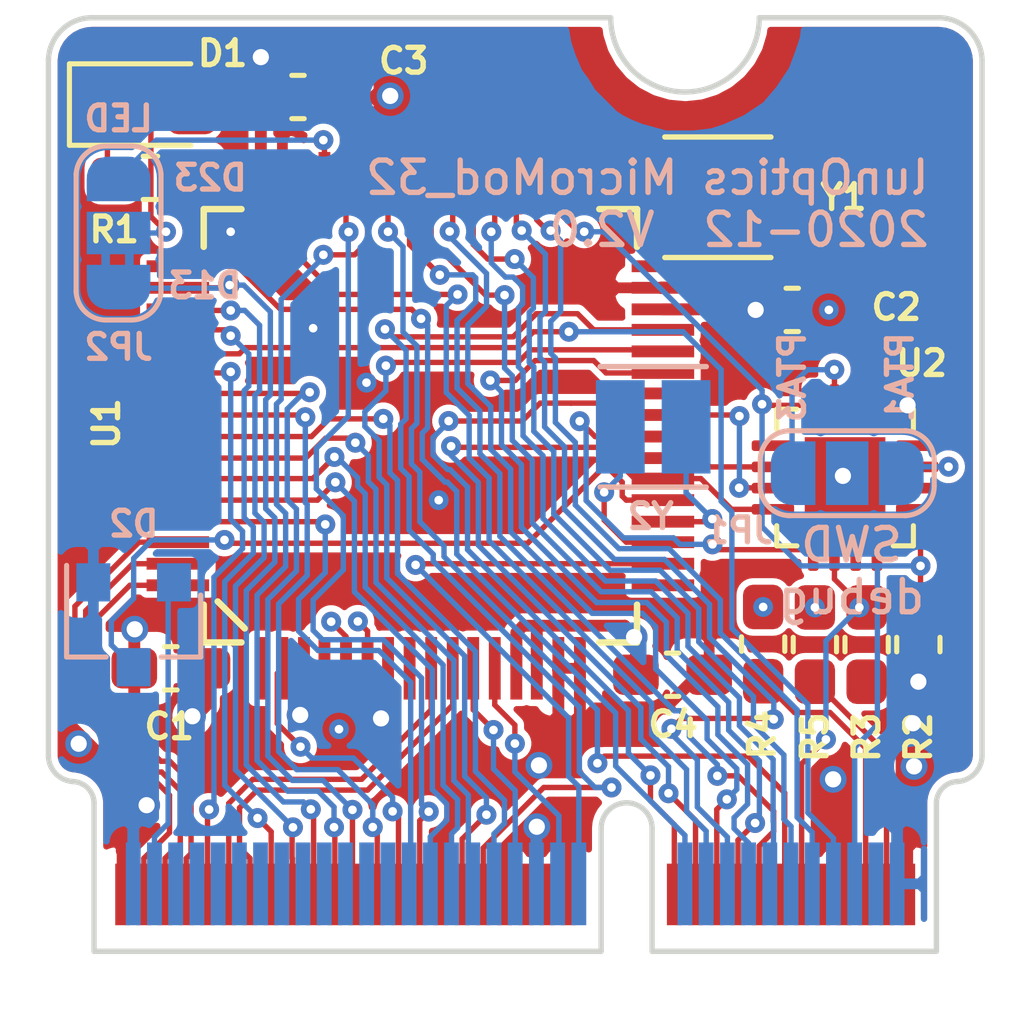
<source format=kicad_pcb>
(kicad_pcb (version 20171130) (host pcbnew "(5.1.8)-1")
  (layers (0 Top signal hide) (1 In1.Cu power hide) (2 In2.Cu power hide) (31 Bottom signal) (34 B.Paste user hide) (35 F.Paste user hide) (36 B.SilkS user) (37 F.SilkS user hide) (38 B.Mask user hide) (39 F.Mask user hide) (44 Edge.Cuts user))
  (net 0 "")
  (net 1 GND)
  (net 2 +3V3)
  (net 3 "Net-(U1-Pad33)")
  (net 4 "Net-(U1-Pad32)")
  (net 5 USB-D-)
  (net 6 USB-D+)
  (net 7 BOOT)
  (net 8 RESET)
  (net 9 SWD_CLK)
  (net 10 SWD_DIO)
  (net 11 /PTB1)
  (net 12 /PTA6)
  (net 13 D20-PTD5)
  (net 14 D21-PTD6)
  (net 15 D05-PTD7)
  (net 16 D06-PTD4)
  (net 17 D08-PTD3)
  (net 18 D07-PTD2)
  (net 19 D14-PTD1)
  (net 20 D02-PTD0)
  (net 21 "Net-(D1-Pad2)")
  (net 22 "Net-(D1-Pad1)")
  (net 23 DAC)
  (net 24 D32-CTS1)
  (net 25 D25-RTS1)
  (net 26 ADC1_P)
  (net 27 ADC0_P)
  (net 28 ADC1_N)
  (net 29 ADC0_N)
  (net 30 D13-SCK)
  (net 31 /PTA3)
  (net 32 /PTA1)
  (net 33 D01-TX1)
  (net 34 D00-RX1)
  (net 35 D10-TX2)
  (net 36 D09-RX2)
  (net 37 D12-MISO)
  (net 38 D11-MOSI)
  (net 39 D15-CS)
  (net 40 D17_A3)
  (net 41 D19-SCL0)
  (net 42 D18-SDA0)
  (net 43 D16_A2)
  (net 44 D22-A8)
  (net 45 D27_A16)
  (net 46 D28_A17)
  (net 47 D03-CAN-TX)
  (net 48 D04-CAN-TX)
  (net 49 D29-SCL1)
  (net 50 D30-SDA1)
  (net 51 D24-I2C-INT)
  (net 52 D26_A15-BAT_VIN3)
  (net 53 D23)
  (net 54 "Net-(U1-Pad20)")
  (net 55 "Net-(U1-Pad19)")
  (net 56 "Net-(D2-Pad3)")
  (net 57 RTC3V)
  (net 58 "Net-(J1-Pad5)")
  (net 59 "Net-(J1-Pad3)")
  (module Resistor_SMD:R_0603_1608Metric_Pad1.05x0.95mm_HandSolder (layer Top) (at 137.9982 68.3908 90)
    (fp_text reference R4 (at -2.1323 -0.0254 90) (layer F.SilkS) (effects (font (size 0.5842 0.5842) (thickness 0.127))))
    (fp_text value 33R)
    (pad 2 smd roundrect (at 0.875 0 90) (size 1.05 0.95) (layers Top F.Paste F.Mask) (net 5 USB-D-))
    (pad 1 smd roundrect (at -0.875 0 90) (size 1.05 0.95) (layers Top F.Paste F.Mask) (net 58 "Net-(J1-Pad5)"))
  )
  (module Resistor_SMD:R_0603_1608Metric_Pad1.05x0.95mm_HandSolder (layer Top) (at 139.2174 68.4022 90)
    (fp_text reference R5 (at -2.1844 0 270) (layer F.SilkS) (effects (font (size 0.5842 0.5842) (thickness 0.127))))
    (fp_text value 33R)
    (pad 2 smd roundrect (at 0.875 0 90) (size 1.05 0.95) (layers Top F.Paste F.Mask) (net 6 USB-D+))
    (pad 1 smd roundrect (at -0.875 0 90) (size 1.05 0.95) (layers Top F.Paste F.Mask) (net 59 "Net-(J1-Pad3)"))
  )
  (module Jumper:SolderJumper-3_P1.3mm_Open_RoundedPad1.0x1.5mm (layer Bottom) (at 139.9794 64.3636 180)
    (fp_text reference JP1 (at 2.56032 -1.35128 180) (layer B.SilkS) (effects (font (size 0.5842 0.5842) (thickness 0.127)) (justify mirror)))
    (fp_text value SolderJumper_3_Open)
    (pad 2 smd rect (at 0 0 180) (size 1 1.5) (layers Bottom B.Mask) (net 1 GND))
    (pad 3 smd custom (at 1.3 0 180) (size 1 0.5) (layers Bottom B.Mask) (net 31 /PTA3) (options (clearance outline) (anchor rect)) (primitives (gr_circle (center 0 -0.25) (end 0.5 -0.25) (width 0)) (gr_circle (center 0 0.25) (end 0.5 0.25) (width 0)) (gr_poly (pts (xy -0.55 0.75) (xy 0 0.75) (xy 0 -0.75) (xy -0.55 -0.75)) (width 0))))
    (pad 1 smd custom (at -1.3 0 180) (size 1 0.5) (layers Bottom B.Mask) (net 32 /PTA1) (options (clearance outline) (anchor rect)) (primitives (gr_circle (center 0 -0.25) (end 0.5 -0.25) (width 0)) (gr_circle (center 0 0.25) (end 0.5 0.25) (width 0)) (gr_poly (pts (xy 0.55 0.75) (xy 0 0.75) (xy 0 -0.75) (xy 0.55 -0.75)) (width 0))))
  )
  (module footprints:OSC_XRCHA16M000F0A01R0 (layer Bottom) (at 135.4074 63.2714)
    (fp_text reference Y2 (at -0.06 2.108) (layer B.SilkS) (effects (font (size 0.5842 0.5842) (thickness 0.127)) (justify mirror)))
    (fp_text value 16MHz)
    (pad 2 smd rect (at 0.775 0) (size 1.15 2.2) (layers Bottom B.Paste B.Mask) (net 54 "Net-(U1-Pad20)"))
    (pad 1 smd rect (at -0.775 0) (size 1.15 2.2) (layers Bottom B.Paste B.Mask) (net 55 "Net-(U1-Pad19)"))
  )
  (module Package_TO_SOT_SMD:SOT-23 (layer Bottom) (at 123.1646 67.9356 270)
    (fp_text reference D2 (at -2.3782 0) (layer B.SilkS) (effects (font (size 0.5842 0.5842) (thickness 0.127)) (justify mirror)))
    (fp_text value D_Schottky_x2_KCom_AAK)
    (pad 3 smd rect (at 1 0 270) (size 0.9 0.8) (layers Bottom B.Paste B.Mask) (net 56 "Net-(D2-Pad3)"))
    (pad 2 smd rect (at -1 -0.95 270) (size 0.9 0.8) (layers Bottom B.Paste B.Mask) (net 57 RTC3V))
    (pad 1 smd rect (at -1 0.95 270) (size 0.9 0.8) (layers Bottom B.Paste B.Mask) (net 2 +3V3))
  )
  (module Jumper:SolderJumper-3_P1.3mm_Bridged12_RoundedPad1.0x1.5mm (layer Bottom) (at 122.809 58.704 90)
    (fp_text reference JP2 (at -2.6878 0) (layer B.SilkS) (effects (font (size 0.5842 0.5842) (thickness 0.127)) (justify mirror)))
    (fp_text value SolderJumper_3_Bridged12)
    (fp_poly (pts (xy -0.8636 0.3556) (xy -0.4104 0.3556) (xy -0.4064 0.1524) (xy -0.8636 0.1524)) (layer Bottom) (width 0))
    (fp_poly (pts (xy -0.8636 -0.2032) (xy -0.4104 -0.2032) (xy -0.4064 -0.4064) (xy -0.8636 -0.4064)) (layer Bottom) (width 0))
    (pad 1 smd custom (at -1.3 0 90) (size 1 0.5) (layers Bottom B.Mask) (net 30 D13-SCK) (options (clearance outline) (anchor rect)) (primitives (gr_circle (center 0 -0.25) (end 0.5 -0.25) (width 0)) (gr_circle (center 0 0.25) (end 0.5 0.25) (width 0)) (gr_poly (pts (xy 0.55 0.75) (xy 0 0.75) (xy 0 -0.75) (xy 0.55 -0.75)) (width 0))))
    (pad 2 smd rect (at 0 0 90) (size 1 1.5) (layers Bottom B.Mask) (net 21 "Net-(D1-Pad2)"))
    (pad 3 smd custom (at 1.3 0 90) (size 1 0.5) (layers Bottom B.Mask) (net 53 D23) (options (clearance outline) (anchor rect)) (primitives (gr_circle (center 0 -0.25) (end 0.5 -0.25) (width 0)) (gr_circle (center 0 0.25) (end 0.5 0.25) (width 0)) (gr_poly (pts (xy -0.55 0.75) (xy 0 0.75) (xy 0 -0.75) (xy -0.55 -0.75)) (width 0))))
  )
  (module Package_DFN_QFN:QFN-16-1EP_3x3mm_P0.5mm_EP1.9x1.9mm (layer Top) (at 139.9286 64.4652 270)
    (fp_text reference U2 (at -2.6924 -1.8034) (layer F.SilkS) (effects (font (size 0.5842 0.5842) (thickness 0.127))))
    (fp_text value MKL02Z32VFG4)
    (pad 17 smd rect (at 0 0 270) (size 1.9 1.9) (layers Top F.Mask) (net 1 GND))
    (pad 16 smd roundrect (at -0.75 -1.7 270) (size 0.25 1) (layers Top F.Paste F.Mask))
    (pad 15 smd roundrect (at -0.25 -1.7 270) (size 0.25 1) (layers Top F.Paste F.Mask) (net 32 /PTA1))
    (pad 14 smd roundrect (at 0.25 -1.7 270) (size 0.25 1) (layers Top F.Paste F.Mask))
    (pad 13 smd roundrect (at 0.75 -1.7 270) (size 0.25 1) (layers Top F.Paste F.Mask) (net 8 RESET))
    (pad 12 smd roundrect (at 1.7 -0.75 270) (size 1 0.25) (layers Top F.Paste F.Mask))
    (pad 11 smd roundrect (at 1.7 -0.25 270) (size 1 0.25) (layers Top F.Paste F.Mask))
    (pad 10 smd roundrect (at 1.7 0.25 270) (size 1 0.25) (layers Top F.Paste F.Mask) (net 7 BOOT))
    (pad 9 smd roundrect (at 1.7 0.75 270) (size 1 0.25) (layers Top F.Paste F.Mask) (net 11 /PTB1))
    (pad 8 smd roundrect (at 0.75 1.7 270) (size 0.25 1) (layers Top F.Paste F.Mask) (net 9 SWD_CLK))
    (pad 7 smd roundrect (at 0.25 1.7 270) (size 0.25 1) (layers Top F.Paste F.Mask) (net 10 SWD_DIO))
    (pad 6 smd roundrect (at -0.25 1.7 270) (size 0.25 1) (layers Top F.Paste F.Mask) (net 12 /PTA6))
    (pad 5 smd roundrect (at -0.75 1.7 270) (size 0.25 1) (layers Top F.Paste F.Mask))
    (pad 4 smd roundrect (at -1.7 0.75 270) (size 1 0.25) (layers Top F.Paste F.Mask) (net 8 RESET))
    (pad 3 smd roundrect (at -1.7 0.25 270) (size 1 0.25) (layers Top F.Paste F.Mask) (net 31 /PTA3))
    (pad 2 smd roundrect (at -1.7 -0.25 270) (size 1 0.25) (layers Top F.Paste F.Mask) (net 1 GND))
    (pad 1 smd roundrect (at -1.7 -0.75 270) (size 1 0.25) (layers Top F.Paste F.Mask) (net 2 +3V3))
  )
  (module footprints:OSC_XRCHA16M000F0A01R0 (layer Top) (at 136.9314 57.8612 180)
    (fp_text reference Y1 (at -2.9591 0) (layer F.SilkS) (effects (font (size 0.5842 0.5842) (thickness 0.127))))
    (fp_text value 16MHz)
    (pad 2 smd rect (at 1.1 0 180) (size 1.5 2.2) (layers Top F.Paste F.Mask) (net 3 "Net-(U1-Pad33)"))
    (pad 1 smd rect (at -1.1 0 180) (size 1.5 2.2) (layers Top F.Paste F.Mask) (net 4 "Net-(U1-Pad32)"))
  )
  (module Sparkfun:M.2-CARD-E-22 (layer Top) (at 132.1551 75.565)
    (fp_text reference J1 hide)
    (fp_text value MICROMOD-2222 hide)
    (pad 75 smd rect (at -9.25 -1.275 180) (size 0.35 1.45) (layers Top F.Mask) (net 1 GND))
    (pad 74 smd rect (at -9 -1.525) (size 0.35 1.95) (layers Bottom B.Mask) (net 2 +3V3))
    (pad 73 smd rect (at -8.75 -1.275 180) (size 0.35 1.45) (layers Top F.Mask) (net 13 D20-PTD5))
    (pad 72 smd rect (at -8.5 -1.525) (size 0.35 1.95) (layers Bottom B.Mask) (net 57 RTC3V))
    (pad 71 smd rect (at -8.25 -1.275 180) (size 0.35 1.45) (layers Top F.Mask) (net 14 D21-PTD6))
    (pad 70 smd rect (at -8 -1.525) (size 0.35 1.95) (layers Bottom B.Mask))
    (pad 69 smd rect (at -7.75 -1.275 180) (size 0.35 1.45) (layers Top F.Mask) (net 15 D05-PTD7))
    (pad 68 smd rect (at -7.5 -1.525) (size 0.35 1.95) (layers Bottom B.Mask))
    (pad 67 smd rect (at -7.25 -1.275 180) (size 0.35 1.45) (layers Top F.Mask) (net 45 D27_A16))
    (pad 66 smd rect (at -7 -1.525) (size 0.35 1.95) (layers Bottom B.Mask))
    (pad 65 smd rect (at -6.75 -1.275 180) (size 0.35 1.45) (layers Top F.Mask) (net 27 ADC0_P))
    (pad 64 smd rect (at -6.5 -1.525) (size 0.35 1.95) (layers Bottom B.Mask))
    (pad 63 smd rect (at -6.25 -1.275 180) (size 0.35 1.45) (layers Top F.Mask) (net 29 ADC0_N))
    (pad 62 smd rect (at -6 -1.525) (size 0.35 1.95) (layers Bottom B.Mask))
    (pad 61 smd rect (at -5.75 -1.275 180) (size 0.35 1.45) (layers Top F.Mask) (net 37 D12-MISO))
    (pad 60 smd rect (at -5.5 -1.525) (size 0.35 1.95) (layers Bottom B.Mask))
    (pad 59 smd rect (at -5.25 -1.275 180) (size 0.35 1.45) (layers Top F.Mask) (net 38 D11-MOSI))
    (pad 58 smd rect (at -5 -1.525) (size 0.35 1.95) (layers Bottom B.Mask))
    (pad 57 smd rect (at -4.75 -1.275 180) (size 0.35 1.45) (layers Top F.Mask) (net 30 D13-SCK))
    (pad 56 smd rect (at -4.5 -1.525) (size 0.35 1.95) (layers Bottom B.Mask))
    (pad 55 smd rect (at -4.25 -1.275 180) (size 0.35 1.45) (layers Top F.Mask) (net 39 D15-CS))
    (pad 54 smd rect (at -4 -1.525) (size 0.35 1.95) (layers Bottom B.Mask))
    (pad 53 smd rect (at -3.75 -1.275 180) (size 0.35 1.45) (layers Top F.Mask) (net 49 D29-SCL1))
    (pad 52 smd rect (at -3.5 -1.525) (size 0.35 1.95) (layers Bottom B.Mask))
    (pad 51 smd rect (at -3.25 -1.275 180) (size 0.35 1.45) (layers Top F.Mask) (net 50 D30-SDA1))
    (pad 50 smd rect (at -3 -1.525) (size 0.35 1.95) (layers Bottom B.Mask))
    (pad 49 smd rect (at -2.75 -1.275 180) (size 0.35 1.45) (layers Top F.Mask) (net 52 D26_A15-BAT_VIN3))
    (pad 48 smd rect (at -2.5 -1.525) (size 0.35 1.95) (layers Bottom B.Mask) (net 16 D06-PTD4))
    (pad 47 smd rect (at -2.25 -1.275 180) (size 0.35 1.45) (layers Top F.Mask) (net 44 D22-A8))
    (pad 46 smd rect (at -2 -1.525) (size 0.35 1.95) (layers Bottom B.Mask) (net 17 D08-PTD3))
    (pad 45 smd rect (at -1.75 -1.275 180) (size 0.35 1.45) (layers Top F.Mask) (net 1 GND))
    (pad 44 smd rect (at -1.5 -1.525) (size 0.35 1.95) (layers Bottom B.Mask) (net 18 D07-PTD2))
    (pad 43 smd rect (at -1.25 -1.275 180) (size 0.35 1.45) (layers Top F.Mask) (net 47 D03-CAN-TX))
    (pad 42 smd rect (at -1 -1.525) (size 0.35 1.95) (layers Bottom B.Mask) (net 19 D14-PTD1))
    (pad 41 smd rect (at -0.75 -1.275 180) (size 0.35 1.45) (layers Top F.Mask) (net 48 D04-CAN-TX))
    (pad 40 smd rect (at -0.5 -1.525) (size 0.35 1.95) (layers Bottom B.Mask) (net 20 D02-PTD0))
    (pad 39 smd rect (at -0.25 -1.275 180) (size 0.35 1.45) (layers Top F.Mask) (net 1 GND))
    (pad 38 smd rect (at 0 -1.525) (size 0.35 1.95) (layers Bottom B.Mask) (net 26 ADC1_P))
    (pad 37 smd rect (at 0.25 -1.275 180) (size 0.35 1.45) (layers Top F.Mask))
    (pad 36 smd rect (at 0.5 -1.525) (size 0.35 1.95) (layers Bottom B.Mask) (net 1 GND))
    (pad 35 smd rect (at 0.75 -1.275 180) (size 0.35 1.45) (layers Top F.Mask))
    (pad 34 smd rect (at 1 -1.525) (size 0.35 1.95) (layers Bottom B.Mask) (net 28 ADC1_N))
    (pad 33 smd rect (at 1.25 -1.275 180) (size 0.35 1.45) (layers Top F.Mask) (net 1 GND))
    (pad 32 smd rect (at 1.5 -1.525) (size 0.35 1.95) (layers Bottom B.Mask) (net 23 DAC))
    (pad 23 smd rect (at 3.75 -1.275 180) (size 0.35 1.45) (layers Top F.Mask) (net 10 SWD_DIO))
    (pad 22 smd rect (at 4 -1.525) (size 0.35 1.95) (layers Bottom B.Mask) (net 35 D10-TX2))
    (pad 21 smd rect (at 4.25 -1.275 180) (size 0.35 1.45) (layers Top F.Mask) (net 9 SWD_CLK))
    (pad 20 smd rect (at 4.5 -1.525) (size 0.35 1.95) (layers Bottom B.Mask) (net 36 D09-RX2))
    (pad 19 smd rect (at 4.75 -1.275 180) (size 0.35 1.45) (layers Top F.Mask) (net 34 D00-RX1))
    (pad 18 smd rect (at 5 -1.525) (size 0.35 1.95) (layers Bottom B.Mask) (net 40 D17_A3))
    (pad 17 smd rect (at 5.25 -1.275 180) (size 0.35 1.45) (layers Top F.Mask) (net 33 D01-TX1))
    (pad 16 smd rect (at 5.5 -1.525) (size 0.35 1.95) (layers Bottom B.Mask) (net 51 D24-I2C-INT))
    (pad 15 smd rect (at 5.75 -1.275 180) (size 0.35 1.45) (layers Top F.Mask) (net 24 D32-CTS1))
    (pad 14 smd rect (at 6 -1.525) (size 0.35 1.95) (layers Bottom B.Mask) (net 41 D19-SCL0))
    (pad 13 smd rect (at 6.25 -1.275 180) (size 0.35 1.45) (layers Top F.Mask) (net 25 D25-RTS1))
    (pad 12 smd rect (at 6.5 -1.525) (size 0.35 1.95) (layers Bottom B.Mask) (net 42 D18-SDA0))
    (pad 11 smd rect (at 6.75 -1.275 180) (size 0.35 1.45) (layers Top F.Mask) (net 7 BOOT))
    (pad 10 smd rect (at 7 -1.525) (size 0.35 1.95) (layers Bottom B.Mask) (net 43 D16_A2))
    (pad 9 smd rect (at 7.25 -1.275 180) (size 0.35 1.45) (layers Top F.Mask))
    (pad 8 smd rect (at 7.5 -1.525) (size 0.35 1.95) (layers Bottom B.Mask) (net 46 D28_A17))
    (pad 7 smd rect (at 7.75 -1.275 180) (size 0.35 1.45) (layers Top F.Mask) (net 1 GND))
    (pad 6 smd rect (at 8 -1.525) (size 0.35 1.95) (layers Bottom B.Mask) (net 8 RESET))
    (pad 5 smd rect (at 8.25 -1.275 180) (size 0.35 1.45) (layers Top F.Mask) (net 58 "Net-(J1-Pad5)"))
    (pad 4 smd rect (at 8.5 -1.525) (size 0.35 1.95) (layers Bottom B.Mask))
    (pad 3 smd rect (at 8.75 -1.275 180) (size 0.35 1.45) (layers Top F.Mask) (net 59 "Net-(J1-Pad3)"))
    (pad 2 smd rect (at 9 -1.525) (size 0.35 1.95) (layers Bottom B.Mask) (net 2 +3V3))
    (pad 1 smd rect (at 9.25 -1.275 180) (size 0.35 1.45) (layers Top F.Mask) (net 1 GND))
  )
  (module NXP:QFP50P1200X1200X160-64N (layer Top) (at 129.921 63.246 90)
    (fp_text reference U1 (at 0.05 -7.4 270) (layer F.SilkS) (effects (font (size 0.5842 0.5842) (thickness 0.127))))
    (fp_text value MK20DX256VLH7)
    (pad 64 smd rect (at -3.7592 -5.715 90) (size 0.2794 1.4732) (layers Top F.Paste F.Mask) (net 15 D05-PTD7))
    (pad 63 smd rect (at -3.2512 -5.715 90) (size 0.2794 1.4732) (layers Top F.Paste F.Mask) (net 14 D21-PTD6))
    (pad 62 smd rect (at -2.7432 -5.715 90) (size 0.2794 1.4732) (layers Top F.Paste F.Mask) (net 13 D20-PTD5))
    (pad 61 smd rect (at -2.2606 -5.715 90) (size 0.2794 1.4732) (layers Top F.Paste F.Mask) (net 16 D06-PTD4))
    (pad 60 smd rect (at -1.7526 -5.715 90) (size 0.2794 1.4732) (layers Top F.Paste F.Mask) (net 17 D08-PTD3))
    (pad 59 smd rect (at -1.2446 -5.715 90) (size 0.2794 1.4732) (layers Top F.Paste F.Mask) (net 18 D07-PTD2))
    (pad 58 smd rect (at -0.762 -5.715 90) (size 0.2794 1.4732) (layers Top F.Paste F.Mask) (net 19 D14-PTD1))
    (pad 57 smd rect (at -0.254 -5.715 90) (size 0.2794 1.4732) (layers Top F.Paste F.Mask) (net 20 D02-PTD0))
    (pad 56 smd rect (at 0.254 -5.715 90) (size 0.2794 1.4732) (layers Top F.Paste F.Mask) (net 50 D30-SDA1))
    (pad 55 smd rect (at 0.762 -5.715 90) (size 0.2794 1.4732) (layers Top F.Paste F.Mask) (net 49 D29-SCL1))
    (pad 54 smd rect (at 1.2446 -5.715 90) (size 0.2794 1.4732) (layers Top F.Paste F.Mask) (net 45 D27_A16))
    (pad 53 smd rect (at 1.7526 -5.715 90) (size 0.2794 1.4732) (layers Top F.Paste F.Mask) (net 46 D28_A17))
    (pad 52 smd rect (at 2.2606 -5.715 90) (size 0.2794 1.4732) (layers Top F.Paste F.Mask) (net 37 D12-MISO))
    (pad 51 smd rect (at 2.7432 -5.715 90) (size 0.2794 1.4732) (layers Top F.Paste F.Mask) (net 38 D11-MOSI))
    (pad 50 smd rect (at 3.2512 -5.715 90) (size 0.2794 1.4732) (layers Top F.Paste F.Mask) (net 30 D13-SCK))
    (pad 49 smd rect (at 3.7592 -5.715 90) (size 0.2794 1.4732) (layers Top F.Paste F.Mask) (net 35 D10-TX2))
    (pad 48 smd rect (at 5.715 -3.7592 90) (size 1.4732 0.2794) (layers Top F.Paste F.Mask) (net 2 +3V3))
    (pad 47 smd rect (at 5.715 -3.2512 90) (size 1.4732 0.2794) (layers Top F.Paste F.Mask) (net 1 GND))
    (pad 46 smd rect (at 5.715 -2.7432 90) (size 1.4732 0.2794) (layers Top F.Paste F.Mask) (net 36 D09-RX2))
    (pad 45 smd rect (at 5.715 -2.2606 90) (size 1.4732 0.2794) (layers Top F.Paste F.Mask) (net 53 D23))
    (pad 44 smd rect (at 5.715 -1.7526 90) (size 1.4732 0.2794) (layers Top F.Paste F.Mask) (net 44 D22-A8))
    (pad 43 smd rect (at 5.715 -1.2446 90) (size 1.4732 0.2794) (layers Top F.Paste F.Mask) (net 39 D15-CS))
    (pad 42 smd rect (at 5.715 -0.762 90) (size 1.4732 0.2794) (layers Top F.Paste F.Mask) (net 25 D25-RTS1))
    (pad 41 smd rect (at 5.715 -0.254 90) (size 1.4732 0.2794) (layers Top F.Paste F.Mask) (net 24 D32-CTS1))
    (pad 40 smd rect (at 5.715 0.254 90) (size 1.4732 0.2794) (layers Top F.Paste F.Mask) (net 33 D01-TX1))
    (pad 39 smd rect (at 5.715 0.762 90) (size 1.4732 0.2794) (layers Top F.Paste F.Mask) (net 34 D00-RX1))
    (pad 38 smd rect (at 5.715 1.2446 90) (size 1.4732 0.2794) (layers Top F.Paste F.Mask) (net 42 D18-SDA0))
    (pad 37 smd rect (at 5.715 1.7526 90) (size 1.4732 0.2794) (layers Top F.Paste F.Mask) (net 41 D19-SCL0))
    (pad 36 smd rect (at 5.715 2.2606 90) (size 1.4732 0.2794) (layers Top F.Paste F.Mask) (net 40 D17_A3))
    (pad 35 smd rect (at 5.715 2.7432 90) (size 1.4732 0.2794) (layers Top F.Paste F.Mask) (net 43 D16_A2))
    (pad 34 smd rect (at 5.715 3.2512 90) (size 1.4732 0.2794) (layers Top F.Paste F.Mask) (net 8 RESET))
    (pad 33 smd rect (at 5.715 3.7592 90) (size 1.4732 0.2794) (layers Top F.Paste F.Mask) (net 3 "Net-(U1-Pad33)"))
    (pad 32 smd rect (at 3.7592 5.715 90) (size 0.2794 1.4732) (layers Top F.Paste F.Mask) (net 4 "Net-(U1-Pad32)"))
    (pad 31 smd rect (at 3.2512 5.715 90) (size 0.2794 1.4732) (layers Top F.Paste F.Mask) (net 1 GND))
    (pad 30 smd rect (at 2.7432 5.715 90) (size 0.2794 1.4732) (layers Top F.Paste F.Mask) (net 2 +3V3))
    (pad 29 smd rect (at 2.2606 5.715 90) (size 0.2794 1.4732) (layers Top F.Paste F.Mask) (net 48 D04-CAN-TX))
    (pad 28 smd rect (at 1.7526 5.715 90) (size 0.2794 1.4732) (layers Top F.Paste F.Mask) (net 47 D03-CAN-TX))
    (pad 27 smd rect (at 1.2446 5.715 90) (size 0.2794 1.4732) (layers Top F.Paste F.Mask) (net 51 D24-I2C-INT))
    (pad 26 smd rect (at 0.762 5.715 90) (size 0.2794 1.4732) (layers Top F.Paste F.Mask))
    (pad 25 smd rect (at 0.254 5.715 90) (size 0.2794 1.4732) (layers Top F.Paste F.Mask) (net 10 SWD_DIO))
    (pad 24 smd rect (at -0.254 5.715 90) (size 0.2794 1.4732) (layers Top F.Paste F.Mask) (net 11 /PTB1))
    (pad 23 smd rect (at -0.762 5.715 90) (size 0.2794 1.4732) (layers Top F.Paste F.Mask) (net 12 /PTA6))
    (pad 22 smd rect (at -1.2446 5.715 90) (size 0.2794 1.4732) (layers Top F.Paste F.Mask) (net 9 SWD_CLK))
    (pad 21 smd rect (at -1.7526 5.715 90) (size 0.2794 1.4732) (layers Top F.Paste F.Mask) (net 56 "Net-(D2-Pad3)"))
    (pad 20 smd rect (at -2.2606 5.715 90) (size 0.2794 1.4732) (layers Top F.Paste F.Mask) (net 54 "Net-(U1-Pad20)"))
    (pad 19 smd rect (at -2.7432 5.715 90) (size 0.2794 1.4732) (layers Top F.Paste F.Mask) (net 55 "Net-(U1-Pad19)"))
    (pad 18 smd rect (at -3.2512 5.715 90) (size 0.2794 1.4732) (layers Top F.Paste F.Mask) (net 23 DAC))
    (pad 17 smd rect (at -3.7592 5.715 90) (size 0.2794 1.4732) (layers Top F.Paste F.Mask))
    (pad 16 smd rect (at -5.715 3.7592 90) (size 1.4732 0.2794) (layers Top F.Paste F.Mask) (net 1 GND))
    (pad 15 smd rect (at -5.715 3.2512 90) (size 1.4732 0.2794) (layers Top F.Paste F.Mask) (net 1 GND))
    (pad 14 smd rect (at -5.715 2.7432 90) (size 1.4732 0.2794) (layers Top F.Paste F.Mask) (net 2 +3V3))
    (pad 13 smd rect (at -5.715 2.2606 90) (size 1.4732 0.2794) (layers Top F.Paste F.Mask) (net 2 +3V3))
    (pad 12 smd rect (at -5.715 1.7526 90) (size 1.4732 0.2794) (layers Top F.Paste F.Mask) (net 28 ADC1_N))
    (pad 11 smd rect (at -5.715 1.2446 90) (size 1.4732 0.2794) (layers Top F.Paste F.Mask) (net 26 ADC1_P))
    (pad 10 smd rect (at -5.715 0.762 90) (size 1.4732 0.2794) (layers Top F.Paste F.Mask) (net 29 ADC0_N))
    (pad 9 smd rect (at -5.715 0.254 90) (size 1.4732 0.2794) (layers Top F.Paste F.Mask) (net 27 ADC0_P))
    (pad 8 smd rect (at -5.715 -0.254 90) (size 1.4732 0.2794) (layers Top F.Paste F.Mask))
    (pad 7 smd rect (at -5.715 -0.762 90) (size 1.4732 0.2794) (layers Top F.Paste F.Mask) (net 2 +3V3))
    (pad 6 smd rect (at -5.715 -1.2446 90) (size 1.4732 0.2794) (layers Top F.Paste F.Mask) (net 5 USB-D-))
    (pad 5 smd rect (at -5.715 -1.7526 90) (size 1.4732 0.2794) (layers Top F.Paste F.Mask) (net 6 USB-D+))
    (pad 4 smd rect (at -5.715 -2.2606 90) (size 1.4732 0.2794) (layers Top F.Paste F.Mask) (net 1 GND))
    (pad 3 smd rect (at -5.715 -2.7432 90) (size 1.4732 0.2794) (layers Top F.Paste F.Mask) (net 2 +3V3))
    (pad 2 smd rect (at -5.715 -3.2512 90) (size 1.4732 0.2794) (layers Top F.Paste F.Mask) (net 52 D26_A15-BAT_VIN3))
    (pad 1 smd rect (at -5.715 -3.7592 90) (size 1.4732 0.2794) (layers Top F.Paste F.Mask))
  )
  (module Capacitor_SMD:C_0603_1608Metric_Pad1.08x0.95mm_HandSolder (layer Top) (at 124.042 68.961 180)
    (fp_text reference C1 (at 0.0392 -1.3716) (layer F.SilkS) (effects (font (size 0.5842 0.5842) (thickness 0.127))))
    (fp_text value 100n)
    (pad 2 smd roundrect (at 0.8625 0 180) (size 1.075 0.95) (layers Top F.Paste F.Mask) (net 1 GND))
    (pad 1 smd roundrect (at -0.8625 0 180) (size 1.075 0.95) (layers Top F.Paste F.Mask) (net 2 +3V3))
  )
  (module Resistor_SMD:R_0603_1608Metric_Pad1.05x0.95mm_HandSolder (layer Top) (at 123.5596 57.404)
    (fp_text reference R1 (at -0.8522 1.2192 180) (layer F.SilkS) (effects (font (size 0.5842 0.5842) (thickness 0.127))))
    (fp_text value 1k)
    (pad 2 smd roundrect (at 0.875 0) (size 1.05 0.95) (layers Top F.Paste F.Mask) (net 1 GND))
    (pad 1 smd roundrect (at -0.875 0) (size 1.05 0.95) (layers Top F.Paste F.Mask) (net 22 "Net-(D1-Pad1)"))
  )
  (module LED_SMD:LED_0805_2012Metric_Pad1.15x1.40mm_HandSolder (layer Top) (at 123.5112 55.6768)
    (fp_text reference D1 (at 1.7489 -1.2065) (layer F.SilkS) (effects (font (size 0.5842 0.5842) (thickness 0.127))))
    (fp_text value LED)
    (pad 2 smd roundrect (at 1.025 0) (size 1.15 1.4) (layers Top F.Paste F.Mask) (roundrect_rratio 0.2173904347826087) (net 21 "Net-(D1-Pad2)"))
    (pad 1 smd roundrect (at -1.025 0) (size 1.15 1.4) (layers Top F.Paste F.Mask) (roundrect_rratio 0.2173904347826087) (net 22 "Net-(D1-Pad1)"))
  )
  (module Capacitor_SMD:C_0603_1608Metric_Pad1.08x0.95mm_HandSolder (layer Top) (at 135.8635 69.1134)
    (fp_text reference C4 (at 0.0127 1.1684) (layer F.SilkS) (effects (font (size 0.5842 0.5842) (thickness 0.127))))
    (fp_text value 100n)
    (pad 2 smd roundrect (at 0.8625 0) (size 1.075 0.95) (layers Top F.Paste F.Mask) (net 1 GND))
    (pad 1 smd roundrect (at -0.8625 0) (size 1.075 0.95) (layers Top F.Paste F.Mask) (net 2 +3V3))
  )
  (module Capacitor_SMD:C_0603_1608Metric_Pad1.08x0.95mm_HandSolder (layer Top) (at 127.037 55.499)
    (fp_text reference C3 (at 2.4903 -0.8509) (layer F.SilkS) (effects (font (size 0.5842 0.5842) (thickness 0.127))))
    (fp_text value 100n)
    (pad 2 smd roundrect (at 0.8625 0) (size 1.075 0.95) (layers Top F.Paste F.Mask) (net 1 GND))
    (pad 1 smd roundrect (at -0.8625 0) (size 1.075 0.95) (layers Top F.Paste F.Mask) (net 2 +3V3))
  )
  (module Capacitor_SMD:C_0603_1608Metric_Pad1.08x0.95mm_HandSolder (layer Top) (at 138.684 60.5155)
    (fp_text reference C2 (at 2.4511 -0.0635) (layer F.SilkS) (effects (font (size 0.5842 0.5842) (thickness 0.127))))
    (fp_text value 100n)
    (pad 2 smd roundrect (at 0.8625 0) (size 1.075 0.95) (layers Top F.Paste F.Mask) (net 1 GND))
    (pad 1 smd roundrect (at -0.8625 0) (size 1.075 0.95) (layers Top F.Paste F.Mask) (net 2 +3V3))
  )
  (module Resistor_SMD:R_0603_1608Metric_Pad1.05x0.95mm_HandSolder (layer Top) (at 141.6558 68.4022 90)
    (fp_text reference R2 (at -2.1844 0 270) (layer F.SilkS) (effects (font (size 0.5842 0.5842) (thickness 0.127))))
    (fp_text value 10k)
    (pad 2 smd roundrect (at 0.875 0 90) (size 1.05 0.95) (layers Top F.Paste F.Mask) (net 8 RESET))
    (pad 1 smd roundrect (at -0.875 0 90) (size 1.05 0.95) (layers Top F.Paste F.Mask) (net 2 +3V3))
  )
  (module Resistor_SMD:R_0603_1608Metric_Pad1.05x0.95mm_HandSolder (layer Top) (at 140.4366 68.4022 270)
    (fp_text reference R3 (at 2.1844 0 270) (layer F.SilkS) (effects (font (size 0.5842 0.5842) (thickness 0.127))))
    (fp_text value 10k)
    (pad 2 smd roundrect (at 0.875 0 270) (size 1.05 0.95) (layers Top F.Paste F.Mask) (net 2 +3V3))
    (pad 1 smd roundrect (at -0.875 0 270) (size 1.05 0.95) (layers Top F.Paste F.Mask) (net 7 BOOT))
  )
  (gr_text "lunOptics MicroMod_32\n2020-12  V2.0\n" (at 141.9733 58.0136) (layer B.SilkS) (effects (font (size 0.762 0.762) (thickness 0.127)) (justify left mirror)))
  (gr_text "SWD\ndebug\n" (at 140.081 66.66992) (layer B.SilkS) (effects (font (size 0.762 0.762) (thickness 0.127)) (justify mirror)))
  (gr_text PTA1 (at 141.224 62.103 90) (layer B.SilkS) (effects (font (size 0.5842 0.5842) (thickness 0.127)) (justify mirror)))
  (gr_text PTA3 (at 138.684 62.103 90) (layer B.SilkS) (effects (font (size 0.5842 0.5842) (thickness 0.127)) (justify mirror)))
  (gr_text LED (at 122.809 56.007) (layer B.SilkS) (effects (font (size 0.5842 0.5842) (thickness 0.127)) (justify mirror)))
  (gr_text D13 (at 124.841 59.944) (layer B.SilkS) (effects (font (size 0.5842 0.5842) (thickness 0.127)) (justify mirror)))
  (gr_text D23 (at 124.968 57.404) (layer B.SilkS) (effects (font (size 0.5842 0.5842) (thickness 0.127)) (justify mirror)))
  (gr_line (start 135.3812 72.730617) (end 135.3812 75.630617) (layer Edge.Cuts) (width 0.127))
  (gr_arc (start 134.7812 72.730617) (end 135.3812 72.730617) (angle -180) (layer Edge.Cuts) (width 0.127))
  (gr_line (start 122.2312 75.630617) (end 134.1812 75.630617) (layer Edge.Cuts) (width 0.127))
  (gr_arc (start 136.1562 53.630617) (end 137.9062 53.630617) (angle 180) (layer Edge.Cuts) (width 0.127))
  (gr_line (start 142.0812 75.630617) (end 135.3812 75.630617) (layer Edge.Cuts) (width 0.127))
  (gr_line (start 122.2312 75.630617) (end 122.2312 72.130617) (layer Edge.Cuts) (width 0.127))
  (gr_line (start 142.0812 72.130617) (end 142.0812 75.630617) (layer Edge.Cuts) (width 0.127))
  (gr_arc (start 142.59177 72.140034) (end 142.5562 71.630617) (angle -84.949116) (layer Edge.Cuts) (width 0.127))
  (gr_arc (start 121.715169 72.145221) (end 121.7562 71.630617) (angle 83.820277) (layer Edge.Cuts) (width 0.127))
  (gr_line (start 142.1562 53.630617) (end 137.9062 53.630617) (layer Edge.Cuts) (width 0.127))
  (gr_line (start 134.4062 53.630617) (end 122.1562 53.630617) (layer Edge.Cuts) (width 0.127))
  (gr_line (start 121.1562 54.630617) (end 121.1562 71.030617) (layer Edge.Cuts) (width 0.127))
  (gr_line (start 134.1812 72.730617) (end 134.1812 75.630617) (layer Edge.Cuts) (width 0.127))
  (gr_line (start 143.1562 54.630617) (end 143.1562 71.030617) (layer Edge.Cuts) (width 0.127))
  (gr_arc (start 142.538875 71.013293) (end 142.5562 71.630617) (angle -86.784874) (layer Edge.Cuts) (width 0.127))
  (gr_arc (start 121.773524 71.013293) (end 121.1562 71.030617) (angle -86.784874) (layer Edge.Cuts) (width 0.127))
  (gr_arc (start 142.1312 54.655617) (end 142.1562 53.630617) (angle 87.205638) (layer Edge.Cuts) (width 0.127))
  (gr_arc (start 122.181199 54.655617) (end 121.1562 54.630617) (angle 87.205638) (layer Edge.Cuts) (width 0.127))
  (via (at 128.651 62.23) (size 0.4699) (drill 0.2032) (layers Top Bottom) (net 1))
  (segment (start 139.569 60.538) (end 139.5465 60.5155) (width 0.2794) (layer Top) (net 1))
  (via (at 129.2098 55.4736) (size 0.635) (drill 0.381) (layers Top Bottom) (net 1))
  (segment (start 139.9794 64.3128) (end 139.9794 64.4144) (width 0.2794) (layer Bottom) (net 1))
  (segment (start 139.9286 64.4652) (end 139.9286 64.465201) (width 0.2794) (layer Bottom) (net 1))
  (segment (start 139.9794 64.4144) (end 139.9286 64.4652) (width 0.2794) (layer Bottom) (net 1))
  (via (at 139.8778 64.4271) (size 0.635) (drill 0.381) (layers Top Bottom) (net 1))
  (via (at 141.5542 71.2724) (size 0.635) (drill 0.381) (layers Top Bottom) (net 1))
  (segment (start 132.6551 72.70389) (end 132.66419 72.6948) (width 0.2794) (layer Bottom) (net 1))
  (via (at 132.66419 72.6948) (size 0.635) (drill 0.381) (layers Top Bottom) (net 1))
  (segment (start 132.6551 74.04) (end 132.6551 72.70389) (width 0.2794) (layer Bottom) (net 1))
  (segment (start 131.9051 73.2856) (end 131.9051 74.29) (width 0.2794) (layer Top) (net 1))
  (segment (start 132.66419 72.6948) (end 132.4959 72.6948) (width 0.2794) (layer Top) (net 1))
  (segment (start 132.4959 72.6948) (end 131.9051 73.2856) (width 0.2794) (layer Top) (net 1))
  (segment (start 132.8674 72.6948) (end 132.66419 72.6948) (width 0.2794) (layer Top) (net 1))
  (segment (start 133.4051 74.29) (end 133.4051 73.2325) (width 0.2794) (layer Top) (net 1))
  (segment (start 133.4051 73.2325) (end 132.8674 72.6948) (width 0.2794) (layer Top) (net 1))
  (segment (start 123.1795 68.051598) (end 123.19 68.041098) (width 0.2794) (layer Top) (net 1))
  (segment (start 123.1795 68.961) (end 123.1795 68.051598) (width 0.2794) (layer Top) (net 1))
  (via (at 123.19 68.041098) (size 0.635) (drill 0.381) (layers Top Bottom) (net 1))
  (via (at 121.8692 70.739) (size 0.635) (drill 0.381) (layers Top Bottom) (net 1))
  (segment (start 122.9051 73.2856) (end 122.885189 73.265689) (width 0.2794) (layer Top) (net 1))
  (segment (start 122.885189 71.754989) (end 121.8692 70.739) (width 0.2794) (layer Top) (net 1))
  (segment (start 122.9051 74.29) (end 122.9051 73.2856) (width 0.2794) (layer Top) (net 1))
  (segment (start 122.885189 73.265689) (end 122.885189 71.754989) (width 0.2794) (layer Top) (net 1))
  (via (at 139.64709 71.5772) (size 0.635) (drill 0.381) (layers Top Bottom) (net 1))
  (segment (start 139.9051 74.29) (end 139.9051 71.83521) (width 0.2794) (layer Top) (net 1))
  (segment (start 139.9051 71.83521) (end 139.64709 71.5772) (width 0.2794) (layer Top) (net 1))
  (via (at 128.0033 70.396092) (size 0.4699) (drill 0.2032) (layers Top Bottom) (net 1))
  (segment (start 127.6604 69.720923) (end 128.0033 70.063823) (width 0.2794) (layer Top) (net 1))
  (segment (start 127.6604 68.961) (end 127.6604 69.720923) (width 0.2794) (layer Top) (net 1))
  (segment (start 128.0033 70.063823) (end 128.0033 70.396092) (width 0.2794) (layer Top) (net 1))
  (segment (start 123.1795 68.961) (end 123.1795 69.679884) (width 0.2794) (layer Top) (net 1))
  (via (at 130.3528 64.9986) (size 0.4699) (drill 0.2032) (layers Top Bottom) (net 1))
  (segment (start 139.5465 60.5155) (end 139.5465 60.5155) (width 0.2794) (layer Top) (net 1))
  (segment (start 139.5465 60.5155) (end 139.5465 60.5155) (width 0.2794) (layer Top) (net 1))
  (via (at 139.5465 60.5155) (size 0.4699) (drill 0.2032) (layers Top Bottom) (net 1))
  (segment (start 134.053441 69.908559) (end 132.714283 71.247717) (width 0.2794) (layer Top) (net 1))
  (via (at 132.714283 71.247717) (size 0.635) (drill 0.381) (layers Top Bottom) (net 1))
  (segment (start 133.1722 68.961) (end 133.1722 70.7898) (width 0.2794) (layer Top) (net 1))
  (segment (start 133.1722 70.7898) (end 132.714283 71.247717) (width 0.2794) (layer Top) (net 1))
  (segment (start 133.6802 68.961) (end 133.6802 70.2818) (width 0.2794) (layer Top) (net 1))
  (segment (start 135.677941 69.908559) (end 134.053441 69.908559) (width 0.2794) (layer Top) (net 1))
  (segment (start 133.6802 70.2818) (end 132.714283 71.247717) (width 0.2794) (layer Top) (net 1))
  (segment (start 136.6255 68.961) (end 135.677941 69.908559) (width 0.2794) (layer Top) (net 1))
  (via (at 127.3937 60.9473) (size 0.4699) (drill 0.2032) (layers Top Bottom) (net 2))
  (segment (start 126.1618 55.2577) (end 126.1745 55.245) (width 0.2794) (layer Top) (net 2))
  (segment (start 126.1618 57.531) (end 126.1618 55.2577) (width 0.2794) (layer Top) (net 2))
  (segment (start 123.1551 74.04) (end 123.1541 74.041) (width 0.2794) (layer Bottom) (net 2))
  (segment (start 137.8088 60.5028) (end 137.8215 60.5155) (width 0.2794) (layer Top) (net 2))
  (segment (start 135.636 60.5028) (end 137.8088 60.5028) (width 0.2794) (layer Top) (net 2))
  (via (at 141.4018 62.7634) (size 0.635) (drill 0.381) (layers Top Bottom) (net 2))
  (via (at 125.4506 58.674) (size 0.4699) (drill 0.2032) (layers Top Bottom) (net 2))
  (segment (start 124.9045 68.961) (end 124.9045 69.81191) (width 0.2794) (layer Top) (net 2))
  (segment (start 124.9045 69.81191) (end 124.58701 70.1294) (width 0.2794) (layer Top) (net 2))
  (via (at 124.5489 70.0913) (size 0.635) (drill 0.381) (layers Top Bottom) (net 2))
  (segment (start 141.4 62.7652) (end 141.4018 62.7634) (width 0.2794) (layer Top) (net 2))
  (segment (start 140.6786 62.7652) (end 141.4 62.7652) (width 0.2794) (layer Top) (net 2))
  (segment (start 123.1551 72.50109) (end 123.46939 72.1868) (width 0.2794) (layer Bottom) (net 2))
  (segment (start 123.1551 74.04) (end 123.1551 72.50109) (width 0.2794) (layer Bottom) (net 2))
  (via (at 123.46939 72.1868) (size 0.635) (drill 0.381) (layers Top Bottom) (net 2))
  (segment (start 134.747 67.9704) (end 134.734299 67.957699) (width 0.2794) (layer Top) (net 2))
  (segment (start 132.6642 67.9704) (end 132.651499 67.957699) (width 0.2794) (layer Top) (net 2))
  (segment (start 132.6642 68.961) (end 132.6642 67.9704) (width 0.2794) (layer Top) (net 2))
  (segment (start 132.651499 67.957699) (end 132.346699 67.957699) (width 0.2794) (layer Top) (net 2))
  (segment (start 134.734299 67.957699) (end 132.651499 67.957699) (width 0.2794) (layer Top) (net 2))
  (segment (start 132.1816 68.122798) (end 132.346699 67.957699) (width 0.2794) (layer Top) (net 2))
  (segment (start 132.1816 68.961) (end 132.1816 68.122798) (width 0.2794) (layer Top) (net 2))
  (via (at 134.956506 68.2244) (size 0.635) (drill 0.381) (layers Top Bottom) (net 2))
  (segment (start 134.956506 68.179906) (end 134.956506 68.2244) (width 0.2794) (layer Top) (net 2))
  (segment (start 135.001 69.1134) (end 135.001 68.268894) (width 0.2794) (layer Top) (net 2))
  (segment (start 135.001 68.268894) (end 134.956506 68.2244) (width 0.2794) (layer Top) (net 2))
  (segment (start 134.734299 67.957699) (end 134.956506 68.179906) (width 0.2794) (layer Top) (net 2))
  (segment (start 140.4366 69.2772) (end 141.6558 69.2772) (width 0.2794) (layer Top) (net 2))
  (via (at 141.6558 69.2772) (size 0.635) (drill 0.381) (layers Top Bottom) (net 2))
  (segment (start 141.1551 74.04) (end 141.1551 72.7856) (width 0.2794) (layer Bottom) (net 2))
  (via (at 141.5288 70.2564) (size 0.635) (drill 0.381) (layers Top Bottom) (net 2))
  (segment (start 140.855701 70.929499) (end 141.5288 70.2564) (width 0.2794) (layer Bottom) (net 2))
  (segment (start 141.1551 72.7856) (end 140.855701 72.486201) (width 0.2794) (layer Bottom) (net 2))
  (segment (start 140.855701 72.486201) (end 140.855701 70.929499) (width 0.2794) (layer Bottom) (net 2))
  (via (at 127.088977 70.060765) (size 0.635) (drill 0.381) (layers Top Bottom) (net 2))
  (segment (start 127.1778 69.971942) (end 127.088977 70.060765) (width 0.2794) (layer Top) (net 2))
  (segment (start 127.1778 68.961) (end 127.1778 69.971942) (width 0.2794) (layer Top) (net 2))
  (via (at 128.993894 70.142122) (size 0.635) (drill 0.381) (layers Top Bottom) (net 2))
  (segment (start 129.159 68.961) (end 129.159 69.977016) (width 0.2794) (layer Top) (net 2))
  (segment (start 129.159 69.977016) (end 128.993894 70.142122) (width 0.2794) (layer Top) (net 2))
  (via (at 137.8215 60.515472) (size 0.635) (drill 0.381) (layers Top Bottom) (net 2))
  (segment (start 137.8215 60.5155) (end 137.8215 60.515472) (width 0.2794) (layer Top) (net 2))
  (via (at 126.1618 54.559198) (size 0.635) (drill 0.381) (layers Top Bottom) (net 2))
  (segment (start 126.1745 55.499) (end 126.1745 54.571898) (width 0.2794) (layer Top) (net 2))
  (segment (start 126.1745 54.571898) (end 126.1618 54.559198) (width 0.2794) (layer Top) (net 2))
  (segment (start 133.6802 57.531) (end 135.933 57.531) (width 0.127) (layer Top) (net 3))
  (segment (start 138.133 58.082) (end 138.133 57.531) (width 0.127) (layer Top) (net 4))
  (segment (start 135.636 59.4868) (end 136.7282 59.4868) (width 0.127) (layer Top) (net 4))
  (segment (start 136.7282 59.4868) (end 138.133 58.082) (width 0.127) (layer Top) (net 4))
  (via (at 137.9982 67.515896) (size 0.4699) (drill 0.2032) (layers Top Bottom) (net 5))
  (segment (start 128.6764 68.961) (end 128.6764 68.0847) (width 0.127) (layer Top) (net 5))
  (segment (start 128.6764 68.0847) (end 128.4478 67.8561) (width 0.127) (layer Top) (net 5))
  (via (at 128.4478 67.8561) (size 0.4699) (drill 0.2032) (layers Top Bottom) (net 5))
  (segment (start 137.9982 67.5158) (end 137.9982 67.515896) (width 0.127) (layer Top) (net 5))
  (segment (start 128.6764 68.961) (end 128.7018 68.9356) (width 0.127) (layer Top) (net 5))
  (via (at 139.2174 67.527166) (size 0.4699) (drill 0.2032) (layers Top Bottom) (net 6))
  (segment (start 128.1684 68.211708) (end 127.81911 67.862418) (width 0.127) (layer Top) (net 6))
  (segment (start 128.1684 68.961) (end 128.1684 68.211708) (width 0.127) (layer Top) (net 6))
  (via (at 127.81911 67.862418) (size 0.4699) (drill 0.2032) (layers Top Bottom) (net 6))
  (segment (start 139.2174 67.5272) (end 139.2174 67.527166) (width 0.127) (layer Top) (net 6))
  (via (at 140.26514 67.5272) (size 0.4699) (drill 0.2032) (layers Top Bottom) (net 7))
  (segment (start 139.6786 66.1652) (end 139.6786 66.8581) (width 0.127) (layer Top) (net 7))
  (segment (start 139.6786 66.8581) (end 140.26514 67.44464) (width 0.127) (layer Top) (net 7))
  (segment (start 140.26514 67.44464) (end 140.26514 67.5272) (width 0.127) (layer Top) (net 7))
  (segment (start 138.9051 74.29) (end 138.9051 71.210067) (width 0.127) (layer Top) (net 7))
  (segment (start 140.26514 67.5272) (end 139.477771 68.314569) (width 0.127) (layer Bottom) (net 7))
  (via (at 139.477771 70.637396) (size 0.4699) (drill 0.2032) (layers Top Bottom) (net 7))
  (segment (start 138.9051 71.210067) (end 139.477771 70.637396) (width 0.127) (layer Top) (net 7))
  (segment (start 139.477771 68.314569) (end 139.477771 70.637396) (width 0.127) (layer Bottom) (net 7))
  (via (at 133.781798 58.674) (size 0.4699) (drill 0.2032) (layers Top Bottom) (net 8))
  (segment (start 133.1722 58.203881) (end 133.642319 58.674) (width 0.127) (layer Top) (net 8))
  (segment (start 133.642319 58.674) (end 133.781798 58.674) (width 0.127) (layer Top) (net 8))
  (segment (start 133.1722 57.531) (end 133.1722 58.203881) (width 0.127) (layer Top) (net 8))
  (segment (start 138 62.7652) (end 137.9728 62.738) (width 0.127) (layer Top) (net 8))
  (via (at 137.9728 62.738) (size 0.4699) (drill 0.2032) (layers Top Bottom) (net 8))
  (segment (start 139.1786 62.7652) (end 138 62.7652) (width 0.127) (layer Top) (net 8))
  (via (at 141.7066 66.547996) (size 0.4699) (drill 0.2032) (layers Top Bottom) (net 8))
  (segment (start 139.776204 66.547996) (end 141.7066 66.547996) (width 0.127) (layer Bottom) (net 8))
  (segment (start 141.8318 65.2152) (end 141.6286 65.2152) (width 0.127) (layer Top) (net 8))
  (segment (start 141.7066 65.2932) (end 141.7066 66.547996) (width 0.127) (layer Top) (net 8))
  (segment (start 141.6286 65.2152) (end 141.7066 65.2932) (width 0.127) (layer Top) (net 8))
  (segment (start 141.7066 67.578) (end 141.6939 67.5907) (width 0.127) (layer Top) (net 8))
  (segment (start 141.7066 67.4764) (end 141.6558 67.5272) (width 0.127) (layer Top) (net 8))
  (segment (start 141.7066 66.547996) (end 141.7066 67.4764) (width 0.127) (layer Top) (net 8))
  (segment (start 138.892895 66.547996) (end 139.776204 66.547996) (width 0.127) (layer Bottom) (net 8))
  (segment (start 137.9728 65.627901) (end 138.892895 66.547996) (width 0.127) (layer Bottom) (net 8))
  (segment (start 137.9728 62.738) (end 137.9728 65.627901) (width 0.127) (layer Bottom) (net 8))
  (segment (start 140.6906 66.547996) (end 139.776204 66.547996) (width 0.127) (layer Bottom) (net 8))
  (segment (start 140.1551 70.827456) (end 140.6906 70.291956) (width 0.127) (layer Bottom) (net 8))
  (segment (start 140.6906 70.291956) (end 140.6906 66.547996) (width 0.127) (layer Bottom) (net 8))
  (segment (start 140.1551 74.04) (end 140.1551 70.827456) (width 0.127) (layer Bottom) (net 8))
  (segment (start 137.9728 62.405731) (end 137.9728 62.738) (width 0.127) (layer Bottom) (net 8))
  (segment (start 133.781798 58.674) (end 134.241069 58.674) (width 0.127) (layer Bottom) (net 8))
  (segment (start 134.241069 58.674) (end 137.9728 62.405731) (width 0.127) (layer Bottom) (net 8))
  (segment (start 137.25493 65.2152) (end 138.4318 65.2152) (width 0.127) (layer Top) (net 9))
  (segment (start 135.636 64.4906) (end 136.53033 64.4906) (width 0.127) (layer Top) (net 9))
  (segment (start 136.53033 64.4906) (end 137.25493 65.2152) (width 0.127) (layer Top) (net 9))
  (segment (start 130.670531 63.754011) (end 130.644801 63.728281) (width 0.127) (layer Top) (net 9))
  (segment (start 134.233039 63.754011) (end 130.670531 63.754011) (width 0.127) (layer Top) (net 9))
  (segment (start 134.969628 64.4906) (end 134.233039 63.754011) (width 0.127) (layer Top) (net 9))
  (segment (start 135.636 64.4906) (end 134.969628 64.4906) (width 0.127) (layer Top) (net 9))
  (via (at 130.644801 63.728281) (size 0.4699) (drill 0.2032) (layers Top Bottom) (net 9))
  (segment (start 136.4051 74.29) (end 136.4051 72.542375) (width 0.127) (layer Top) (net 9))
  (segment (start 136.4051 72.542375) (end 135.768284 71.905559) (width 0.127) (layer Top) (net 9))
  (via (at 135.768284 71.905559) (size 0.4699) (drill 0.2032) (layers Top Bottom) (net 9))
  (segment (start 135.115898 70.626926) (end 135.768284 71.279312) (width 0.127) (layer Bottom) (net 9))
  (segment (start 135.115898 69.889935) (end 135.115898 70.626926) (width 0.127) (layer Bottom) (net 9))
  (segment (start 131.286273 66.06031) (end 135.115898 69.889935) (width 0.127) (layer Bottom) (net 9))
  (segment (start 131.286273 64.583955) (end 131.286273 66.06031) (width 0.127) (layer Bottom) (net 9))
  (segment (start 130.644801 63.942483) (end 131.286273 64.583955) (width 0.127) (layer Bottom) (net 9))
  (segment (start 130.644801 63.728281) (end 130.644801 63.942483) (width 0.127) (layer Bottom) (net 9))
  (segment (start 135.768284 71.279312) (end 135.768284 71.905559) (width 0.127) (layer Bottom) (net 9))
  (segment (start 135.636 62.992) (end 136.276444 62.992) (width 0.127) (layer Top) (net 10))
  (via (at 137.4394 63.0174) (size 0.4699) (drill 0.2032) (layers Top Bottom) (net 10))
  (segment (start 137.414 62.992) (end 137.4394 63.0174) (width 0.127) (layer Top) (net 10))
  (segment (start 135.636 62.992) (end 137.414 62.992) (width 0.127) (layer Top) (net 10))
  (segment (start 137.4394 64.701757) (end 137.43306 64.708097) (width 0.127) (layer Bottom) (net 10))
  (via (at 137.43306 64.708097) (size 0.4699) (drill 0.2032) (layers Top Bottom) (net 10))
  (segment (start 137.4394 63.0174) (end 137.4394 64.701757) (width 0.127) (layer Bottom) (net 10))
  (segment (start 138.4318 64.7152) (end 138.424697 64.708097) (width 0.127) (layer Top) (net 10))
  (segment (start 138.424697 64.708097) (end 137.765329 64.708097) (width 0.127) (layer Top) (net 10))
  (segment (start 137.765329 64.708097) (end 137.43306 64.708097) (width 0.127) (layer Top) (net 10))
  (via (at 130.586352 63.134237) (size 0.4699) (drill 0.2032) (layers Top Bottom) (net 10))
  (segment (start 132.742427 62.7126) (end 132.32079 63.134237) (width 0.127) (layer Top) (net 10))
  (segment (start 133.470839 62.71257) (end 133.470809 62.7126) (width 0.127) (layer Top) (net 10))
  (segment (start 134.49297 62.71257) (end 133.470839 62.71257) (width 0.127) (layer Top) (net 10))
  (segment (start 132.32079 63.134237) (end 130.586352 63.134237) (width 0.127) (layer Top) (net 10))
  (segment (start 134.7724 62.992) (end 134.49297 62.71257) (width 0.127) (layer Top) (net 10))
  (segment (start 133.470809 62.7126) (end 132.742427 62.7126) (width 0.127) (layer Top) (net 10))
  (segment (start 135.636 62.992) (end 134.7724 62.992) (width 0.127) (layer Top) (net 10))
  (segment (start 135.9051 72.64749) (end 135.342824 72.085214) (width 0.127) (layer Top) (net 10))
  (via (at 135.342824 71.483522) (size 0.4699) (drill 0.2032) (layers Top Bottom) (net 10))
  (segment (start 134.823189 70.963887) (end 135.342824 71.483522) (width 0.127) (layer Bottom) (net 10))
  (segment (start 135.342824 72.085214) (end 135.342824 71.483522) (width 0.127) (layer Top) (net 10))
  (segment (start 135.9051 74.29) (end 135.9051 72.64749) (width 0.127) (layer Top) (net 10))
  (segment (start 134.823189 69.956451) (end 134.823189 70.963887) (width 0.127) (layer Bottom) (net 10))
  (segment (start 130.562237 64.275385) (end 130.618478 64.275385) (width 0.127) (layer Bottom) (net 10))
  (segment (start 131.032262 66.165524) (end 134.823189 69.956451) (width 0.127) (layer Bottom) (net 10))
  (segment (start 131.032262 64.689169) (end 131.032262 66.165524) (width 0.127) (layer Bottom) (net 10))
  (segment (start 130.618478 64.275385) (end 131.032262 64.689169) (width 0.127) (layer Bottom) (net 10))
  (segment (start 130.21935 63.932498) (end 130.562237 64.275385) (width 0.127) (layer Bottom) (net 10))
  (segment (start 130.21935 63.524064) (end 130.21935 63.932498) (width 0.127) (layer Bottom) (net 10))
  (segment (start 130.586352 63.157062) (end 130.21935 63.524064) (width 0.127) (layer Bottom) (net 10))
  (segment (start 130.586352 63.134237) (end 130.586352 63.157062) (width 0.127) (layer Bottom) (net 10))
  (segment (start 136.929602 66.1652) (end 136.804402 66.04) (width 0.127) (layer Top) (net 11))
  (segment (start 139.1786 66.1652) (end 136.929602 66.1652) (width 0.127) (layer Top) (net 11))
  (via (at 136.804402 66.04) (size 0.4699) (drill 0.2032) (layers Top Bottom) (net 11))
  (via (at 133.675056 63.138021) (size 0.4699) (drill 0.2032) (layers Top Bottom) (net 11))
  (segment (start 135.636 63.5) (end 134.037035 63.5) (width 0.127) (layer Top) (net 11))
  (segment (start 134.037035 63.5) (end 133.675056 63.138021) (width 0.127) (layer Top) (net 11))
  (segment (start 133.826383 65.00817) (end 133.826383 63.289348) (width 0.127) (layer Bottom) (net 11))
  (segment (start 134.705813 65.8876) (end 133.826383 65.00817) (width 0.127) (layer Bottom) (net 11))
  (segment (start 135.886123 65.8876) (end 134.705813 65.8876) (width 0.127) (layer Bottom) (net 11))
  (segment (start 133.826383 63.289348) (end 133.675056 63.138021) (width 0.127) (layer Bottom) (net 11))
  (segment (start 136.038523 66.04) (end 135.886123 65.8876) (width 0.127) (layer Bottom) (net 11))
  (segment (start 136.804402 66.04) (end 136.038523 66.04) (width 0.127) (layer Bottom) (net 11))
  (segment (start 138.0784 64.2152) (end 138.2286 64.2152) (width 0.127) (layer Top) (net 12))
  (segment (start 136.5377 64.008) (end 135.636 64.008) (width 0.127) (layer Top) (net 12))
  (segment (start 136.7449 64.2152) (end 136.5377 64.008) (width 0.127) (layer Top) (net 12))
  (segment (start 138.2286 64.2152) (end 136.7449 64.2152) (width 0.127) (layer Top) (net 12))
  (segment (start 124.206 65.9892) (end 123.2916 65.9892) (width 0.127) (layer Top) (net 13))
  (segment (start 123.718714 71.658872) (end 124.009206 71.949364) (width 0.127) (layer Top) (net 13))
  (segment (start 123.531122 71.658872) (end 123.718714 71.658872) (width 0.127) (layer Top) (net 13))
  (segment (start 123.4051 73.438) (end 123.4051 74.29) (width 0.127) (layer Top) (net 13))
  (segment (start 124.009206 71.949364) (end 124.009206 72.833894) (width 0.127) (layer Top) (net 13))
  (segment (start 124.009206 72.833894) (end 123.4051 73.438) (width 0.127) (layer Top) (net 13))
  (segment (start 121.78028 69.90803) (end 123.531122 71.658872) (width 0.127) (layer Top) (net 13))
  (segment (start 121.78028 67.50052) (end 121.78028 69.90803) (width 0.127) (layer Top) (net 13))
  (segment (start 123.2916 65.9892) (end 121.78028 67.50052) (width 0.127) (layer Top) (net 13))
  (segment (start 124.263217 71.84415) (end 124.263217 73.079883) (width 0.127) (layer Top) (net 14))
  (segment (start 124.206 66.4972) (end 123.142824 66.4972) (width 0.127) (layer Top) (net 14))
  (segment (start 122.034291 69.739315) (end 123.699836 71.404861) (width 0.127) (layer Top) (net 14))
  (segment (start 123.9051 73.438) (end 123.9051 74.29) (width 0.127) (layer Top) (net 14))
  (segment (start 122.034291 67.605733) (end 122.034291 69.739315) (width 0.127) (layer Top) (net 14))
  (segment (start 124.263217 73.079883) (end 123.9051 73.438) (width 0.127) (layer Top) (net 14))
  (segment (start 123.823928 71.404861) (end 124.263217 71.84415) (width 0.127) (layer Top) (net 14))
  (segment (start 123.142824 66.4972) (end 122.034291 67.605733) (width 0.127) (layer Top) (net 14))
  (segment (start 123.699836 71.404861) (end 123.823928 71.404861) (width 0.127) (layer Top) (net 14))
  (segment (start 124.0155 71.15085) (end 124.517228 71.652578) (width 0.127) (layer Top) (net 15))
  (segment (start 124.517228 73.325872) (end 124.4051 73.438) (width 0.127) (layer Top) (net 15))
  (segment (start 124.4051 73.438) (end 124.4051 74.29) (width 0.127) (layer Top) (net 15))
  (segment (start 124.517228 71.652578) (end 124.517228 73.325872) (width 0.127) (layer Top) (net 15))
  (segment (start 124.0155 71.15085) (end 123.80505 71.15085) (width 0.127) (layer Top) (net 15))
  (segment (start 123.80505 71.15085) (end 122.2883 69.6341) (width 0.127) (layer Top) (net 15))
  (segment (start 122.2883 69.6341) (end 122.2883 67.7926) (width 0.127) (layer Top) (net 15))
  (segment (start 123.0757 67.0052) (end 124.206 67.0052) (width 0.127) (layer Top) (net 15))
  (segment (start 122.2883 67.7926) (end 123.0757 67.0052) (width 0.127) (layer Top) (net 15))
  (segment (start 128.943079 68.541879) (end 127.509678 68.541879) (width 0.127) (layer Bottom) (net 16))
  (via (at 127.679562 65.5701) (size 0.4699) (drill 0.2032) (layers Top Bottom) (net 16))
  (segment (start 124.206 65.5066) (end 127.616062 65.5066) (width 0.127) (layer Top) (net 16))
  (segment (start 127.050789 68.08299) (end 127.050789 67.334389) (width 0.127) (layer Bottom) (net 16))
  (segment (start 129.692335 69.291135) (end 128.943079 68.541879) (width 0.127) (layer Bottom) (net 16))
  (segment (start 129.692335 74.002765) (end 129.692335 69.291135) (width 0.127) (layer Bottom) (net 16))
  (segment (start 127.050789 67.334389) (end 127.679562 66.705616) (width 0.127) (layer Bottom) (net 16))
  (segment (start 129.6551 74.04) (end 129.692335 74.002765) (width 0.127) (layer Bottom) (net 16))
  (segment (start 127.616062 65.5066) (end 127.679562 65.5701) (width 0.127) (layer Top) (net 16))
  (segment (start 127.509678 68.541879) (end 127.050789 68.08299) (width 0.127) (layer Bottom) (net 16))
  (segment (start 127.679562 66.705616) (end 127.679562 65.5701) (width 0.127) (layer Bottom) (net 16))
  (via (at 127.917846 64.577124) (size 0.4699) (drill 0.2032) (layers Top Bottom) (net 17))
  (segment (start 127.49637 64.9986) (end 127.917846 64.577124) (width 0.127) (layer Top) (net 17))
  (segment (start 124.206 64.9986) (end 127.49637 64.9986) (width 0.127) (layer Top) (net 17))
  (segment (start 130.543247 72.543429) (end 130.543247 72.159521) (width 0.127) (layer Bottom) (net 17))
  (segment (start 130.1551 74.04) (end 130.1551 72.931576) (width 0.127) (layer Bottom) (net 17))
  (segment (start 130.543247 72.159521) (end 130.202431 71.818705) (width 0.127) (layer Bottom) (net 17))
  (segment (start 128.366614 67.157946) (end 128.366614 65.025892) (width 0.127) (layer Bottom) (net 17))
  (segment (start 130.202431 68.993763) (end 128.366614 67.157946) (width 0.127) (layer Bottom) (net 17))
  (segment (start 128.366614 65.025892) (end 127.917846 64.577124) (width 0.127) (layer Bottom) (net 17))
  (segment (start 130.1551 72.931576) (end 130.543247 72.543429) (width 0.127) (layer Bottom) (net 17))
  (segment (start 130.202431 71.818705) (end 130.202431 68.993763) (width 0.127) (layer Bottom) (net 17))
  (segment (start 127.385199 64.4906) (end 127.895155 63.980644) (width 0.127) (layer Top) (net 18))
  (via (at 127.895155 63.980644) (size 0.4699) (drill 0.2032) (layers Top Bottom) (net 18))
  (segment (start 124.206 64.4906) (end 127.385199 64.4906) (width 0.127) (layer Top) (net 18))
  (segment (start 128.620625 67.044512) (end 128.620625 64.848348) (width 0.127) (layer Bottom) (net 18))
  (segment (start 130.456442 68.880329) (end 128.620625 67.044512) (width 0.127) (layer Bottom) (net 18))
  (segment (start 130.456442 71.713491) (end 130.456442 68.880329) (width 0.127) (layer Bottom) (net 18))
  (segment (start 130.797258 72.72047) (end 130.797258 72.054307) (width 0.127) (layer Bottom) (net 18))
  (segment (start 130.797258 72.054307) (end 130.456442 71.713491) (width 0.127) (layer Bottom) (net 18))
  (segment (start 130.6551 72.862628) (end 130.797258 72.72047) (width 0.127) (layer Bottom) (net 18))
  (segment (start 128.620625 64.848348) (end 128.441273 64.668996) (width 0.127) (layer Bottom) (net 18))
  (segment (start 130.6551 74.04) (end 130.6551 72.862628) (width 0.127) (layer Bottom) (net 18))
  (segment (start 127.951036 63.980644) (end 127.895155 63.980644) (width 0.127) (layer Bottom) (net 18))
  (segment (start 128.441273 64.470881) (end 127.951036 63.980644) (width 0.127) (layer Bottom) (net 18))
  (segment (start 128.441273 64.668996) (end 128.441273 64.470881) (width 0.127) (layer Bottom) (net 18))
  (via (at 128.388808 63.645069) (size 0.4699) (drill 0.2032) (layers Top Bottom) (net 19))
  (segment (start 128.281839 63.5381) (end 128.388808 63.645069) (width 0.127) (layer Top) (net 19))
  (segment (start 127.68866 63.5381) (end 128.281839 63.5381) (width 0.127) (layer Top) (net 19))
  (segment (start 127.21876 64.008) (end 127.68866 63.5381) (width 0.127) (layer Top) (net 19))
  (segment (start 124.206 64.008) (end 127.21876 64.008) (width 0.127) (layer Top) (net 19))
  (segment (start 131.051269 73.936169) (end 131.051269 71.949093) (width 0.127) (layer Bottom) (net 19))
  (segment (start 130.710453 68.775115) (end 128.874636 66.939298) (width 0.127) (layer Bottom) (net 19))
  (segment (start 128.695284 63.951545) (end 128.388808 63.645069) (width 0.127) (layer Bottom) (net 19))
  (segment (start 130.710453 71.608277) (end 130.710453 68.775115) (width 0.127) (layer Bottom) (net 19))
  (segment (start 128.874636 64.743133) (end 128.695284 64.563782) (width 0.127) (layer Bottom) (net 19))
  (segment (start 131.1551 74.04) (end 131.051269 73.936169) (width 0.127) (layer Bottom) (net 19))
  (segment (start 128.695284 64.563782) (end 128.695284 63.951545) (width 0.127) (layer Bottom) (net 19))
  (segment (start 131.051269 71.949093) (end 130.710453 71.608277) (width 0.127) (layer Bottom) (net 19))
  (segment (start 128.874636 66.939298) (end 128.874636 64.743133) (width 0.127) (layer Bottom) (net 19))
  (via (at 129.047064 63.083329) (size 0.4699) (drill 0.2032) (layers Top Bottom) (net 20))
  (segment (start 127.771889 63.083329) (end 129.047064 63.083329) (width 0.127) (layer Top) (net 20))
  (segment (start 127.355218 63.5) (end 127.771889 63.083329) (width 0.127) (layer Top) (net 20))
  (segment (start 124.206 63.5) (end 127.355218 63.5) (width 0.127) (layer Top) (net 20))
  (segment (start 129.382658 66.72887) (end 129.382658 64.532705) (width 0.127) (layer Bottom) (net 20))
  (segment (start 131.6551 72.862354) (end 131.902177 72.615277) (width 0.127) (layer Bottom) (net 20))
  (segment (start 131.218475 71.388775) (end 131.218475 68.564687) (width 0.127) (layer Bottom) (net 20))
  (segment (start 129.203306 63.239571) (end 129.047064 63.083329) (width 0.127) (layer Bottom) (net 20))
  (segment (start 131.6551 74.04) (end 131.6551 72.862354) (width 0.127) (layer Bottom) (net 20))
  (segment (start 131.218475 68.564687) (end 129.382658 66.72887) (width 0.127) (layer Bottom) (net 20))
  (segment (start 131.902177 72.615277) (end 131.902177 72.072477) (width 0.127) (layer Bottom) (net 20))
  (segment (start 131.902177 72.072477) (end 131.218475 71.388775) (width 0.127) (layer Bottom) (net 20))
  (segment (start 129.382658 64.532705) (end 129.203306 64.353354) (width 0.127) (layer Bottom) (net 20))
  (segment (start 129.203306 64.353354) (end 129.203306 63.239571) (width 0.127) (layer Bottom) (net 20))
  (via (at 123.9266 58.674) (size 0.4699) (drill 0.2032) (layers Top Bottom) (net 21))
  (segment (start 122.809 58.704) (end 123.795 58.704) (width 0.127) (layer Bottom) (net 21))
  (segment (start 123.795 58.704) (end 123.825 58.674) (width 0.127) (layer Bottom) (net 21))
  (segment (start 123.825 58.674) (end 123.9266 58.674) (width 0.127) (layer Top) (net 21))
  (segment (start 123.7742 55.6768) (end 124.5362 55.6768) (width 0.127) (layer Top) (net 21))
  (segment (start 123.571 55.88) (end 123.7742 55.6768) (width 0.127) (layer Top) (net 21))
  (segment (start 123.9266 58.674) (end 123.571 58.3184) (width 0.127) (layer Top) (net 21))
  (segment (start 123.571 58.3184) (end 123.571 55.88) (width 0.127) (layer Top) (net 21))
  (segment (start 122.546 57.254) (end 122.696 57.404) (width 0.127) (layer Top) (net 22))
  (segment (start 122.546 55.6768) (end 122.546 57.254) (width 0.127) (layer Top) (net 22))
  (segment (start 133.413477 71.507043) (end 133.413477 70.130019) (width 0.127) (layer Bottom) (net 23))
  (segment (start 129.835562 66.4972) (end 129.80811 66.524652) (width 0.127) (layer Top) (net 23))
  (segment (start 133.6551 71.748666) (end 133.413477 71.507043) (width 0.127) (layer Bottom) (net 23))
  (segment (start 135.636 66.4972) (end 129.835562 66.4972) (width 0.127) (layer Top) (net 23))
  (segment (start 133.413477 70.130019) (end 129.80811 66.524652) (width 0.127) (layer Bottom) (net 23))
  (segment (start 133.6551 74.04) (end 133.6551 71.748666) (width 0.127) (layer Bottom) (net 23))
  (via (at 129.80811 66.524652) (size 0.4699) (drill 0.2032) (layers Top Bottom) (net 23))
  (segment (start 129.667 57.531) (end 129.667 58.979382) (width 0.127) (layer Top) (net 24))
  (segment (start 129.667 58.979382) (end 130.377905 59.690287) (width 0.127) (layer Top) (net 24))
  (via (at 130.377905 59.690287) (size 0.4699) (drill 0.2032) (layers Top Bottom) (net 24))
  (via (at 136.919094 71.495274) (size 0.4699) (drill 0.2032) (layers Top Bottom) (net 24))
  (segment (start 136.919094 71.23107) (end 136.919094 71.495274) (width 0.127) (layer Bottom) (net 24))
  (segment (start 131.153446 59.690287) (end 131.225159 59.762) (width 0.127) (layer Bottom) (net 24))
  (segment (start 130.377905 59.690287) (end 131.153446 59.690287) (width 0.127) (layer Bottom) (net 24))
  (segment (start 131.225159 60.325224) (end 130.784644 60.765739) (width 0.127) (layer Bottom) (net 24))
  (segment (start 131.32427 62.896666) (end 131.32427 63.903502) (width 0.127) (layer Bottom) (net 24))
  (segment (start 131.225159 59.762) (end 131.225159 60.325224) (width 0.127) (layer Bottom) (net 24))
  (segment (start 131.794295 64.373527) (end 131.794295 65.849882) (width 0.127) (layer Bottom) (net 24))
  (segment (start 136.262096 70.574072) (end 136.919094 71.23107) (width 0.127) (layer Bottom) (net 24))
  (segment (start 135.905717 69.961304) (end 136.040862 69.961304) (width 0.127) (layer Bottom) (net 24))
  (segment (start 131.32427 63.903502) (end 131.794295 64.373527) (width 0.127) (layer Bottom) (net 24))
  (segment (start 136.040862 69.961304) (end 136.262096 70.182538) (width 0.127) (layer Bottom) (net 24))
  (segment (start 131.794295 65.849882) (end 135.905717 69.961304) (width 0.127) (layer Bottom) (net 24))
  (segment (start 130.784644 60.765739) (end 130.784644 62.35704) (width 0.127) (layer Bottom) (net 24))
  (segment (start 136.262096 70.182538) (end 136.262096 70.574072) (width 0.127) (layer Bottom) (net 24))
  (segment (start 130.784644 62.35704) (end 131.32427 62.896666) (width 0.127) (layer Bottom) (net 24))
  (segment (start 138.245689 72.806317) (end 138.245689 72.328245) (width 0.127) (layer Top) (net 24))
  (segment (start 137.9051 73.146906) (end 138.245689 72.806317) (width 0.127) (layer Top) (net 24))
  (segment (start 137.412718 71.495274) (end 136.919094 71.495274) (width 0.127) (layer Top) (net 24))
  (segment (start 138.245689 72.328245) (end 137.412718 71.495274) (width 0.127) (layer Top) (net 24))
  (segment (start 137.9051 74.29) (end 137.9051 73.146906) (width 0.127) (layer Top) (net 24))
  (via (at 129.159002 58.674) (size 0.4699) (drill 0.2032) (layers Top Bottom) (net 25))
  (segment (start 129.159 57.531) (end 129.159 58.673998) (width 0.127) (layer Top) (net 25))
  (segment (start 129.159 58.673998) (end 129.159002 58.674) (width 0.127) (layer Top) (net 25))
  (via (at 134.09294 71.197611) (size 0.4699) (drill 0.2032) (layers Top Bottom) (net 25))
  (segment (start 130.478016 66.329728) (end 134.09294 69.944652) (width 0.127) (layer Bottom) (net 25))
  (segment (start 129.908344 65.506644) (end 130.478016 66.076316) (width 0.127) (layer Bottom) (net 25))
  (segment (start 134.09294 69.944652) (end 134.09294 71.197611) (width 0.127) (layer Bottom) (net 25))
  (segment (start 129.908344 64.339941) (end 129.908344 65.506644) (width 0.127) (layer Bottom) (net 25))
  (segment (start 129.711328 63.313636) (end 129.711328 64.142926) (width 0.127) (layer Bottom) (net 25))
  (segment (start 129.838327 61.364209) (end 129.838327 63.186637) (width 0.127) (layer Bottom) (net 25))
  (segment (start 130.478016 66.076316) (end 130.478016 66.329728) (width 0.127) (layer Bottom) (net 25))
  (segment (start 129.711328 64.142926) (end 129.908344 64.339941) (width 0.127) (layer Bottom) (net 25))
  (segment (start 129.51155 61.037432) (end 129.838327 61.364209) (width 0.127) (layer Bottom) (net 25))
  (segment (start 129.51155 59.026548) (end 129.51155 61.037432) (width 0.127) (layer Bottom) (net 25))
  (segment (start 129.159002 58.674) (end 129.51155 59.026548) (width 0.127) (layer Bottom) (net 25))
  (segment (start 129.838327 63.186637) (end 129.711328 63.313636) (width 0.127) (layer Bottom) (net 25))
  (segment (start 134.259451 71.0311) (end 134.09294 71.197611) (width 0.127) (layer Top) (net 25))
  (segment (start 138.506189 74.188911) (end 138.506189 71.898314) (width 0.127) (layer Top) (net 25))
  (segment (start 137.638975 71.0311) (end 134.259451 71.0311) (width 0.127) (layer Top) (net 25))
  (segment (start 138.506189 71.898314) (end 137.638975 71.0311) (width 0.127) (layer Top) (net 25))
  (segment (start 138.4051 74.29) (end 138.506189 74.188911) (width 0.127) (layer Top) (net 25))
  (via (at 131.643926 70.4148) (size 0.4699) (drill 0.2032) (layers Top Bottom) (net 26))
  (segment (start 131.1656 68.961) (end 131.1656 69.936474) (width 0.127) (layer Top) (net 26))
  (segment (start 132.1551 74.04) (end 132.156188 74.038912) (width 0.127) (layer Bottom) (net 26))
  (segment (start 131.1656 69.936474) (end 131.643926 70.4148) (width 0.127) (layer Top) (net 26))
  (segment (start 132.156188 71.843482) (end 131.643926 71.33122) (width 0.127) (layer Bottom) (net 26))
  (segment (start 132.156188 74.038912) (end 132.156188 71.843482) (width 0.127) (layer Bottom) (net 26))
  (segment (start 131.643926 71.33122) (end 131.643926 70.4148) (width 0.127) (layer Bottom) (net 26))
  (segment (start 125.972553 71.577198) (end 128.536702 71.577198) (width 0.127) (layer Top) (net 27))
  (segment (start 125.4051 74.29) (end 125.4051 72.144651) (width 0.127) (layer Top) (net 27))
  (segment (start 130.175 69.9389) (end 130.175 68.961) (width 0.127) (layer Top) (net 27))
  (segment (start 128.536702 71.577198) (end 130.175 69.9389) (width 0.127) (layer Top) (net 27))
  (segment (start 125.4051 72.144651) (end 125.972553 71.577198) (width 0.127) (layer Top) (net 27))
  (segment (start 132.148009 70.299009) (end 132.148009 70.734493) (width 0.127) (layer Top) (net 28))
  (via (at 132.148009 70.734493) (size 0.4699) (drill 0.2032) (layers Top Bottom) (net 28))
  (segment (start 131.6736 69.8246) (end 132.148009 70.299009) (width 0.127) (layer Top) (net 28))
  (segment (start 131.6736 68.961) (end 131.6736 69.8246) (width 0.127) (layer Top) (net 28))
  (segment (start 132.148009 71.399878) (end 132.148009 70.734493) (width 0.127) (layer Bottom) (net 28))
  (segment (start 133.1849 72.436769) (end 132.148009 71.399878) (width 0.127) (layer Bottom) (net 28))
  (segment (start 133.1849 74.0102) (end 133.1849 72.436769) (width 0.127) (layer Bottom) (net 28))
  (segment (start 133.1551 74.04) (end 133.1849 74.0102) (width 0.127) (layer Bottom) (net 28))
  (segment (start 130.683 68.961) (end 130.683 69.8246) (width 0.127) (layer Top) (net 29))
  (segment (start 128.676389 71.831211) (end 126.077765 71.831211) (width 0.127) (layer Top) (net 29))
  (segment (start 125.659111 73.192011) (end 125.9051 73.438) (width 0.127) (layer Top) (net 29))
  (segment (start 130.683 69.8246) (end 128.676389 71.831211) (width 0.127) (layer Top) (net 29))
  (segment (start 125.9051 73.438) (end 125.9051 74.29) (width 0.127) (layer Top) (net 29))
  (segment (start 125.659111 72.249865) (end 125.659111 73.192011) (width 0.127) (layer Top) (net 29))
  (segment (start 126.077765 71.831211) (end 125.659111 72.249865) (width 0.127) (layer Top) (net 29))
  (segment (start 122.809 60.004) (end 125.353428 60.004) (width 0.127) (layer Bottom) (net 30))
  (via (at 125.425617 59.931811) (size 0.4699) (drill 0.2032) (layers Top Bottom) (net 30))
  (segment (start 124.206 59.9948) (end 125.362628 59.9948) (width 0.127) (layer Top) (net 30))
  (segment (start 125.353428 60.004) (end 125.425617 59.931811) (width 0.127) (layer Bottom) (net 30))
  (segment (start 125.362628 59.9948) (end 125.425617 59.931811) (width 0.127) (layer Top) (net 30))
  (segment (start 127.4051 74.29) (end 127.4051 72.349942) (width 0.127) (layer Top) (net 30))
  (via (at 127.3393 72.284142) (size 0.4699) (drill 0.2032) (layers Top Bottom) (net 30))
  (segment (start 127.4051 72.349942) (end 127.3393 72.284142) (width 0.127) (layer Top) (net 30))
  (segment (start 126.492069 65.416499) (end 126.492069 66.456209) (width 0.127) (layer Bottom) (net 30))
  (segment (start 126.385725 62.519681) (end 126.27607 62.629336) (width 0.127) (layer Bottom) (net 30))
  (segment (start 125.425617 59.931811) (end 125.757886 59.931811) (width 0.127) (layer Bottom) (net 30))
  (segment (start 125.757886 59.931811) (end 126.385725 60.55965) (width 0.127) (layer Bottom) (net 30))
  (segment (start 126.27607 62.629336) (end 126.27607 65.2005) (width 0.127) (layer Bottom) (net 30))
  (segment (start 126.27607 65.2005) (end 126.492069 65.416499) (width 0.127) (layer Bottom) (net 30))
  (segment (start 126.492069 66.456209) (end 125.818934 67.129344) (width 0.127) (layer Bottom) (net 30))
  (segment (start 126.693054 72.110633) (end 127.165791 72.110633) (width 0.127) (layer Bottom) (net 30))
  (segment (start 125.818934 67.129344) (end 125.818934 71.236513) (width 0.127) (layer Bottom) (net 30))
  (segment (start 125.818934 71.236513) (end 126.693054 72.110633) (width 0.127) (layer Bottom) (net 30))
  (segment (start 126.385725 60.55965) (end 126.385725 62.519681) (width 0.127) (layer Bottom) (net 30))
  (segment (start 127.165791 72.110633) (end 127.3393 72.284142) (width 0.127) (layer Bottom) (net 30))
  (via (at 139.6746 61.9252) (size 0.4699) (drill 0.2032) (layers Top Bottom) (net 31))
  (segment (start 139.6786 61.9292) (end 139.6746 61.9252) (width 0.127) (layer Top) (net 31))
  (segment (start 139.6786 62.7652) (end 139.6786 61.9292) (width 0.127) (layer Top) (net 31))
  (segment (start 138.6794 64.3128) (end 138.6794 62.2854) (width 0.127) (layer Bottom) (net 31))
  (segment (start 139.0396 61.9252) (end 139.6746 61.9252) (width 0.127) (layer Bottom) (net 31))
  (segment (start 138.6794 62.2854) (end 139.0396 61.9252) (width 0.127) (layer Bottom) (net 31))
  (segment (start 141.2794 64.3128) (end 141.4018 64.3128) (width 0.127) (layer Bottom) (net 32))
  (via (at 142.367 64.2112) (size 0.4699) (drill 0.2032) (layers Top Bottom) (net 32))
  (segment (start 141.4018 64.3128) (end 141.5034 64.2112) (width 0.127) (layer Bottom) (net 32))
  (segment (start 141.5034 64.2112) (end 142.367 64.2112) (width 0.127) (layer Bottom) (net 32))
  (segment (start 141.6326 64.2112) (end 141.6286 64.2152) (width 0.127) (layer Top) (net 32))
  (segment (start 142.367 64.2112) (end 141.6326 64.2112) (width 0.127) (layer Top) (net 32))
  (segment (start 131.456462 60.167152) (end 131.90463 60.167152) (width 0.127) (layer Top) (net 33))
  (via (at 131.90463 60.167152) (size 0.4699) (drill 0.2032) (layers Top Bottom) (net 33))
  (segment (start 130.175 58.88569) (end 131.456462 60.167152) (width 0.127) (layer Top) (net 33))
  (segment (start 130.175 57.531) (end 130.175 58.88569) (width 0.127) (layer Top) (net 33))
  (segment (start 137.4051 73.010606) (end 137.808847 72.606859) (width 0.127) (layer Top) (net 33))
  (segment (start 131.90463 61.88646) (end 132.086303 62.068133) (width 0.127) (layer Bottom) (net 33))
  (via (at 137.808847 72.606859) (size 0.4699) (drill 0.2032) (layers Top Bottom) (net 33))
  (segment (start 137.185378 69.762878) (end 137.185378 70.419678) (width 0.127) (layer Bottom) (net 33))
  (segment (start 135.972529 67.770131) (end 135.972529 68.550029) (width 0.127) (layer Bottom) (net 33))
  (segment (start 132.086303 62.068133) (end 132.086303 63.587861) (width 0.127) (layer Bottom) (net 33))
  (segment (start 137.909267 72.506439) (end 137.808847 72.606859) (width 0.127) (layer Bottom) (net 33))
  (segment (start 132.556328 64.057885) (end 132.556328 65.53424) (width 0.127) (layer Bottom) (net 33))
  (segment (start 132.086303 63.587861) (end 132.556328 64.057885) (width 0.127) (layer Bottom) (net 33))
  (segment (start 135.360009 67.157611) (end 135.972529 67.770131) (width 0.127) (layer Bottom) (net 33))
  (segment (start 137.4051 74.29) (end 137.4051 73.010606) (width 0.127) (layer Top) (net 33))
  (segment (start 137.909267 71.143567) (end 137.909267 72.506439) (width 0.127) (layer Bottom) (net 33))
  (segment (start 134.179699 67.157611) (end 135.360009 67.157611) (width 0.127) (layer Bottom) (net 33))
  (segment (start 132.556328 65.53424) (end 134.179699 67.157611) (width 0.127) (layer Bottom) (net 33))
  (segment (start 131.90463 60.167152) (end 131.90463 61.88646) (width 0.127) (layer Bottom) (net 33))
  (segment (start 135.972529 68.550029) (end 137.185378 69.762878) (width 0.127) (layer Bottom) (net 33))
  (segment (start 137.185378 70.419678) (end 137.909267 71.143567) (width 0.127) (layer Bottom) (net 33))
  (segment (start 130.683 58.594875) (end 130.611191 58.666684) (width 0.127) (layer Top) (net 34))
  (via (at 130.611191 58.666684) (size 0.4699) (drill 0.2032) (layers Top Bottom) (net 34))
  (segment (start 130.683 57.531) (end 130.683 58.594875) (width 0.127) (layer Top) (net 34))
  (segment (start 136.9051 74.29) (end 136.9051 72.285878) (width 0.127) (layer Top) (net 34))
  (via (at 137.141957 72.049021) (size 0.4699) (drill 0.2032) (layers Top Bottom) (net 34))
  (segment (start 136.9051 72.285878) (end 137.141957 72.049021) (width 0.127) (layer Top) (net 34))
  (segment (start 131.47917 59.656786) (end 131.47917 60.430438) (width 0.127) (layer Bottom) (net 34))
  (segment (start 130.611191 58.788807) (end 131.47917 59.656786) (width 0.127) (layer Bottom) (net 34))
  (segment (start 131.47917 60.430438) (end 131.038655 60.870953) (width 0.127) (layer Bottom) (net 34))
  (segment (start 133.969271 67.665633) (end 135.149581 67.665633) (width 0.127) (layer Bottom) (net 34))
  (segment (start 136.677356 70.186145) (end 136.677356 70.630106) (width 0.127) (layer Bottom) (net 34))
  (segment (start 130.611191 58.666684) (end 130.611191 58.788807) (width 0.127) (layer Bottom) (net 34))
  (segment (start 135.464507 68.973296) (end 136.677356 70.186145) (width 0.127) (layer Bottom) (net 34))
  (segment (start 137.376906 71.814072) (end 137.141957 72.049021) (width 0.127) (layer Bottom) (net 34))
  (segment (start 135.149581 67.665633) (end 135.464507 67.980559) (width 0.127) (layer Bottom) (net 34))
  (segment (start 131.038655 62.251826) (end 131.578281 62.791452) (width 0.127) (layer Bottom) (net 34))
  (segment (start 131.578281 63.798289) (end 132.048306 64.268313) (width 0.127) (layer Bottom) (net 34))
  (segment (start 136.677356 70.630106) (end 137.376906 71.329656) (width 0.127) (layer Bottom) (net 34))
  (segment (start 131.578281 62.791452) (end 131.578281 63.798289) (width 0.127) (layer Bottom) (net 34))
  (segment (start 135.464507 67.980559) (end 135.464507 68.973296) (width 0.127) (layer Bottom) (net 34))
  (segment (start 132.048306 64.268313) (end 132.048306 65.744668) (width 0.127) (layer Bottom) (net 34))
  (segment (start 132.048306 65.744668) (end 133.969271 67.665633) (width 0.127) (layer Bottom) (net 34))
  (segment (start 131.038655 60.870953) (end 131.038655 62.251826) (width 0.127) (layer Bottom) (net 34))
  (segment (start 137.376906 71.329656) (end 137.376906 71.814072) (width 0.127) (layer Bottom) (net 34))
  (via (at 129.93701 60.724189) (size 0.4699) (drill 0.2032) (layers Top Bottom) (net 35))
  (segment (start 126.626274 60.5028) (end 129.715621 60.5028) (width 0.127) (layer Top) (net 35))
  (segment (start 124.206 59.4868) (end 125.610274 59.4868) (width 0.127) (layer Top) (net 35))
  (segment (start 129.715621 60.5028) (end 129.93701 60.724189) (width 0.127) (layer Top) (net 35))
  (segment (start 125.610274 59.4868) (end 126.626274 60.5028) (width 0.127) (layer Top) (net 35))
  (segment (start 130.092338 60.879517) (end 129.93701 60.724189) (width 0.127) (layer Bottom) (net 35))
  (segment (start 130.092338 63.291851) (end 130.092338 60.879517) (width 0.127) (layer Bottom) (net 35))
  (segment (start 129.965339 63.41885) (end 130.092338 63.291851) (width 0.127) (layer Bottom) (net 35))
  (segment (start 129.965339 64.037712) (end 129.965339 63.41885) (width 0.127) (layer Bottom) (net 35))
  (segment (start 130.500776 64.573149) (end 129.965339 64.037712) (width 0.127) (layer Bottom) (net 35))
  (segment (start 130.557017 64.573149) (end 130.500776 64.573149) (width 0.127) (layer Bottom) (net 35))
  (segment (start 130.778251 64.794383) (end 130.557017 64.573149) (width 0.127) (layer Bottom) (net 35))
  (segment (start 134.522638 70.015125) (end 130.778251 66.270738) (width 0.127) (layer Bottom) (net 35))
  (segment (start 136.1551 72.89749) (end 134.522638 71.265028) (width 0.127) (layer Bottom) (net 35))
  (segment (start 130.778251 66.270738) (end 130.778251 64.794383) (width 0.127) (layer Bottom) (net 35))
  (segment (start 134.522638 71.265028) (end 134.522638 70.015125) (width 0.127) (layer Bottom) (net 35))
  (segment (start 136.1551 74.04) (end 136.1551 72.89749) (width 0.127) (layer Bottom) (net 35))
  (segment (start 127.943791 60.151191) (end 130.797499 60.151191) (width 0.127) (layer Top) (net 36))
  (segment (start 127.1778 57.531) (end 127.1778 59.3852) (width 0.127) (layer Top) (net 36))
  (segment (start 127.1778 59.3852) (end 127.943791 60.151191) (width 0.127) (layer Top) (net 36))
  (via (at 130.797499 60.151191) (size 0.4699) (drill 0.2032) (layers Top Bottom) (net 36))
  (segment (start 131.070259 63.001902) (end 130.530633 62.462276) (width 0.127) (layer Bottom) (net 36))
  (segment (start 135.369909 70.521713) (end 135.369909 69.784721) (width 0.127) (layer Bottom) (net 36))
  (segment (start 136.193735 72.33586) (end 136.193735 71.345538) (width 0.127) (layer Bottom) (net 36))
  (segment (start 130.530633 60.418057) (end 130.797499 60.151191) (width 0.127) (layer Bottom) (net 36))
  (segment (start 130.530633 62.462276) (end 130.530633 60.418057) (width 0.127) (layer Bottom) (net 36))
  (segment (start 131.070259 64.008716) (end 131.070259 63.001902) (width 0.127) (layer Bottom) (net 36))
  (segment (start 131.540284 64.478741) (end 131.070259 64.008716) (width 0.127) (layer Bottom) (net 36))
  (segment (start 131.540284 65.955096) (end 131.540284 64.478741) (width 0.127) (layer Bottom) (net 36))
  (segment (start 135.369909 69.784721) (end 131.540284 65.955096) (width 0.127) (layer Bottom) (net 36))
  (segment (start 136.193735 71.345538) (end 135.369909 70.521713) (width 0.127) (layer Bottom) (net 36))
  (segment (start 136.6551 72.797225) (end 136.193735 72.33586) (width 0.127) (layer Bottom) (net 36))
  (segment (start 136.6551 74.04) (end 136.6551 72.797225) (width 0.127) (layer Bottom) (net 36))
  (via (at 125.450589 61.125111) (size 0.4699) (drill 0.2032) (layers Top Bottom) (net 37))
  (segment (start 125.310878 60.9854) (end 125.450589 61.125111) (width 0.127) (layer Top) (net 37))
  (segment (start 124.206 60.9854) (end 125.310878 60.9854) (width 0.127) (layer Top) (net 37))
  (via (at 126.084571 72.491044) (size 0.4699) (drill 0.2032) (layers Top Bottom) (net 37))
  (segment (start 126.4051 74.29) (end 126.4051 72.811573) (width 0.127) (layer Top) (net 37))
  (segment (start 126.4051 72.811573) (end 126.084571 72.491044) (width 0.127) (layer Top) (net 37))
  (segment (start 125.310912 71.717385) (end 126.084571 72.491044) (width 0.127) (layer Bottom) (net 37))
  (segment (start 125.984047 66.245781) (end 125.310912 66.918916) (width 0.127) (layer Bottom) (net 37))
  (segment (start 125.984047 65.626927) (end 125.984047 66.245781) (width 0.127) (layer Bottom) (net 37))
  (segment (start 125.768048 65.410928) (end 125.984047 65.626927) (width 0.127) (layer Bottom) (net 37))
  (segment (start 125.310912 66.918916) (end 125.310912 71.717385) (width 0.127) (layer Bottom) (net 37))
  (segment (start 125.768048 62.418908) (end 125.768048 65.410928) (width 0.127) (layer Bottom) (net 37))
  (segment (start 125.877703 62.309253) (end 125.768048 62.418908) (width 0.127) (layer Bottom) (net 37))
  (segment (start 125.877703 61.552225) (end 125.877703 62.309253) (width 0.127) (layer Bottom) (net 37))
  (segment (start 125.450589 61.125111) (end 125.877703 61.552225) (width 0.127) (layer Bottom) (net 37))
  (segment (start 126.9051 73.438) (end 126.8984 73.4313) (width 0.127) (layer Top) (net 38))
  (segment (start 126.9051 74.29) (end 126.9051 73.438) (width 0.127) (layer Top) (net 38))
  (via (at 126.918286 72.708366) (size 0.4699) (drill 0.2032) (layers Top Bottom) (net 38))
  (segment (start 126.8984 73.4313) (end 126.8984 72.728252) (width 0.127) (layer Top) (net 38))
  (segment (start 126.8984 72.728252) (end 126.918286 72.708366) (width 0.127) (layer Top) (net 38))
  (via (at 125.4506 60.5282) (size 0.4699) (drill 0.2032) (layers Top Bottom) (net 38))
  (segment (start 124.2314 60.5282) (end 124.206 60.5028) (width 0.127) (layer Top) (net 38))
  (segment (start 125.4506 60.5282) (end 124.2314 60.5282) (width 0.127) (layer Top) (net 38))
  (segment (start 126.918286 72.708366) (end 125.564923 71.355003) (width 0.127) (layer Bottom) (net 38))
  (segment (start 125.564923 71.355003) (end 125.564923 67.02413) (width 0.127) (layer Bottom) (net 38))
  (segment (start 125.564923 67.02413) (end 126.238058 66.350996) (width 0.127) (layer Bottom) (net 38))
  (segment (start 126.238058 66.350996) (end 126.238058 65.521712) (width 0.127) (layer Bottom) (net 38))
  (segment (start 126.131714 62.414467) (end 126.131714 60.877045) (width 0.127) (layer Bottom) (net 38))
  (segment (start 126.022059 65.305713) (end 126.022059 62.524122) (width 0.127) (layer Bottom) (net 38))
  (segment (start 126.131714 60.877045) (end 125.782869 60.5282) (width 0.127) (layer Bottom) (net 38))
  (segment (start 126.022059 62.524122) (end 126.131714 62.414467) (width 0.127) (layer Bottom) (net 38))
  (segment (start 126.238058 65.521712) (end 126.022059 65.305713) (width 0.127) (layer Bottom) (net 38))
  (segment (start 125.782869 60.5282) (end 125.4506 60.5282) (width 0.127) (layer Bottom) (net 38))
  (segment (start 128.370711 59.217489) (end 127.690896 59.217489) (width 0.127) (layer Top) (net 39))
  (via (at 127.635 59.217489) (size 0.4699) (drill 0.2032) (layers Top Bottom) (net 39))
  (segment (start 128.6764 57.531) (end 128.6764 58.9118) (width 0.127) (layer Top) (net 39))
  (segment (start 128.6764 58.9118) (end 128.370711 59.217489) (width 0.127) (layer Top) (net 39))
  (via (at 127.886027 72.705838) (size 0.4699) (drill 0.2032) (layers Top Bottom) (net 39))
  (segment (start 127.9051 74.29) (end 127.9051 72.724911) (width 0.127) (layer Top) (net 39))
  (segment (start 127.9051 72.724911) (end 127.886027 72.705838) (width 0.127) (layer Top) (net 39))
  (segment (start 126.74608 65.311284) (end 126.74608 66.561431) (width 0.127) (layer Bottom) (net 39))
  (segment (start 127.513474 71.856622) (end 127.886027 72.229175) (width 0.127) (layer Bottom) (net 39))
  (segment (start 126.072945 71.131299) (end 126.798268 71.856622) (width 0.127) (layer Bottom) (net 39))
  (segment (start 126.798268 71.856622) (end 127.513474 71.856622) (width 0.127) (layer Bottom) (net 39))
  (segment (start 126.072945 67.234565) (end 126.072945 71.131299) (width 0.127) (layer Bottom) (net 39))
  (segment (start 126.74608 66.561431) (end 126.072945 67.234565) (width 0.127) (layer Bottom) (net 39))
  (segment (start 126.530081 65.095285) (end 126.74608 65.311284) (width 0.127) (layer Bottom) (net 39))
  (segment (start 126.530081 62.73455) (end 126.530081 65.095285) (width 0.127) (layer Bottom) (net 39))
  (segment (start 126.639736 62.624895) (end 126.530081 62.73455) (width 0.127) (layer Bottom) (net 39))
  (segment (start 126.639736 60.268649) (end 126.639736 62.624895) (width 0.127) (layer Bottom) (net 39))
  (segment (start 127.690896 59.217489) (end 126.639736 60.268649) (width 0.127) (layer Bottom) (net 39))
  (segment (start 127.886027 72.229175) (end 127.886027 72.705838) (width 0.127) (layer Bottom) (net 39))
  (via (at 132.3086 58.645444) (size 0.4699) (drill 0.2032) (layers Top Bottom) (net 40))
  (segment (start 132.1816 58.518444) (end 132.3086 58.645444) (width 0.127) (layer Top) (net 40))
  (segment (start 132.1816 57.531) (end 132.1816 58.518444) (width 0.127) (layer Top) (net 40))
  (segment (start 137.1551 72.938) (end 136.447746 72.230646) (width 0.127) (layer Bottom) (net 40))
  (segment (start 136.447746 72.230646) (end 136.447746 71.118946) (width 0.127) (layer Bottom) (net 40))
  (segment (start 136.447746 71.118946) (end 136.0424 70.7136) (width 0.127) (layer Bottom) (net 40))
  (segment (start 137.1551 74.04) (end 137.1551 72.938) (width 0.127) (layer Bottom) (net 40))
  (segment (start 136.017 70.6882) (end 135.836644 70.507844) (width 0.127) (layer Bottom) (net 40))
  (segment (start 135.836644 70.507844) (end 135.836644 70.386756) (width 0.127) (layer Bottom) (net 40))
  (via (at 135.836644 70.386756) (size 0.4699) (drill 0.2032) (layers Top Bottom) (net 40))
  (segment (start 132.867378 59.204222) (end 132.867378 60.552524) (width 0.127) (layer Bottom) (net 40))
  (segment (start 136.734562 68.234387) (end 138.248452 69.748277) (width 0.127) (layer Bottom) (net 40))
  (segment (start 132.867378 60.552524) (end 132.740422 60.67948) (width 0.127) (layer Bottom) (net 40))
  (segment (start 133.318361 65.218598) (end 134.495363 66.3956) (width 0.127) (layer Bottom) (net 40))
  (segment (start 135.675673 66.3956) (end 136.734562 67.454489) (width 0.127) (layer Bottom) (net 40))
  (segment (start 132.3086 58.645444) (end 132.867378 59.204222) (width 0.127) (layer Bottom) (net 40))
  (segment (start 134.495363 66.3956) (end 135.675673 66.3956) (width 0.127) (layer Bottom) (net 40))
  (segment (start 132.848336 63.272218) (end 133.318361 63.742243) (width 0.127) (layer Bottom) (net 40))
  (segment (start 136.734562 67.454489) (end 136.734562 68.234387) (width 0.127) (layer Bottom) (net 40))
  (segment (start 132.848336 61.752491) (end 132.848336 63.272218) (width 0.127) (layer Bottom) (net 40))
  (segment (start 132.740422 60.67948) (end 132.740422 61.644577) (width 0.127) (layer Bottom) (net 40))
  (segment (start 138.248452 69.748277) (end 138.248452 70.162609) (width 0.127) (layer Bottom) (net 40))
  (segment (start 133.318361 63.742243) (end 133.318361 65.218598) (width 0.127) (layer Bottom) (net 40))
  (segment (start 132.740422 61.644577) (end 132.848336 61.752491) (width 0.127) (layer Bottom) (net 40))
  (via (at 138.248452 70.162609) (size 0.4699) (drill 0.2032) (layers Top Bottom) (net 40))
  (segment (start 138.227943 70.1421) (end 138.248452 70.162609) (width 0.127) (layer Top) (net 40))
  (segment (start 136.0813 70.1421) (end 138.227943 70.1421) (width 0.127) (layer Top) (net 40))
  (segment (start 135.836644 70.386756) (end 136.0813 70.1421) (width 0.127) (layer Top) (net 40))
  (via (at 131.59106 58.674) (size 0.4699) (drill 0.2032) (layers Top Bottom) (net 41))
  (segment (start 131.6736 58.59146) (end 131.59106 58.674) (width 0.127) (layer Top) (net 41))
  (segment (start 131.6736 57.531) (end 131.6736 58.59146) (width 0.127) (layer Top) (net 41))
  (segment (start 132.340314 63.482646) (end 132.340314 61.962919) (width 0.127) (layer Bottom) (net 41))
  (segment (start 138.1551 74.04) (end 138.241468 73.953632) (width 0.127) (layer Bottom) (net 41))
  (segment (start 134.284913 66.9036) (end 132.810339 65.429026) (width 0.127) (layer Bottom) (net 41))
  (segment (start 137.439389 70.314464) (end 137.439389 69.657664) (width 0.127) (layer Bottom) (net 41))
  (segment (start 132.2324 60.469052) (end 132.330082 60.37137) (width 0.127) (layer Bottom) (net 41))
  (segment (start 138.241468 72.583381) (end 138.233115 72.575028) (width 0.127) (layer Bottom) (net 41))
  (segment (start 138.233115 72.575028) (end 138.233115 71.10819) (width 0.127) (layer Bottom) (net 41))
  (segment (start 135.465223 66.9036) (end 134.284913 66.9036) (width 0.127) (layer Bottom) (net 41))
  (segment (start 138.233115 71.10819) (end 137.439389 70.314464) (width 0.127) (layer Bottom) (net 41))
  (segment (start 137.439389 69.657664) (end 136.22654 68.444815) (width 0.127) (layer Bottom) (net 41))
  (segment (start 136.22654 67.664917) (end 135.465223 66.9036) (width 0.127) (layer Bottom) (net 41))
  (segment (start 132.340314 61.962919) (end 132.2324 61.855005) (width 0.127) (layer Bottom) (net 41))
  (segment (start 132.108848 59.7417) (end 131.925834 59.7417) (width 0.127) (layer Bottom) (net 41))
  (segment (start 132.810339 65.429026) (end 132.810339 63.952671) (width 0.127) (layer Bottom) (net 41))
  (segment (start 131.59106 59.406926) (end 131.59106 58.674) (width 0.127) (layer Bottom) (net 41))
  (segment (start 132.330082 60.37137) (end 132.330082 59.962934) (width 0.127) (layer Bottom) (net 41))
  (segment (start 132.2324 61.855005) (end 132.2324 60.469052) (width 0.127) (layer Bottom) (net 41))
  (segment (start 132.810339 63.952671) (end 132.340314 63.482646) (width 0.127) (layer Bottom) (net 41))
  (segment (start 138.241468 73.953632) (end 138.241468 72.583381) (width 0.127) (layer Bottom) (net 41))
  (segment (start 136.22654 68.444815) (end 136.22654 67.664917) (width 0.127) (layer Bottom) (net 41))
  (segment (start 131.925834 59.7417) (end 131.59106 59.406926) (width 0.127) (layer Bottom) (net 41))
  (segment (start 132.330082 59.962934) (end 132.108848 59.7417) (width 0.127) (layer Bottom) (net 41))
  (via (at 132.142382 59.317563) (size 0.4699) (drill 0.2032) (layers Top Bottom) (net 42))
  (segment (start 131.1656 57.531) (end 131.1656 58.97347) (width 0.127) (layer Top) (net 42))
  (segment (start 131.1656 58.97347) (end 131.509693 59.317563) (width 0.127) (layer Top) (net 42))
  (segment (start 131.509693 59.317563) (end 132.142382 59.317563) (width 0.127) (layer Top) (net 42))
  (segment (start 132.584093 59.759274) (end 132.142382 59.317563) (width 0.127) (layer Bottom) (net 42))
  (segment (start 137.7696 70.1802) (end 137.7696 69.628649) (width 0.127) (layer Bottom) (net 42))
  (segment (start 134.390138 66.6496) (end 133.06435 65.323812) (width 0.127) (layer Bottom) (net 42))
  (segment (start 136.480551 68.339601) (end 136.480551 67.559703) (width 0.127) (layer Bottom) (net 42))
  (segment (start 137.7696 69.628649) (end 136.480551 68.339601) (width 0.127) (layer Bottom) (net 42))
  (segment (start 132.486411 61.749791) (end 132.486411 60.574266) (width 0.127) (layer Bottom) (net 42))
  (segment (start 136.480551 67.559703) (end 135.570448 66.6496) (width 0.127) (layer Bottom) (net 42))
  (segment (start 135.570448 66.6496) (end 134.390138 66.6496) (width 0.127) (layer Bottom) (net 42))
  (segment (start 133.06435 65.323812) (end 133.06435 63.847457) (width 0.127) (layer Bottom) (net 42))
  (segment (start 132.594325 63.377432) (end 132.594325 61.857705) (width 0.127) (layer Bottom) (net 42))
  (segment (start 132.486411 60.574266) (end 132.584093 60.476584) (width 0.127) (layer Bottom) (net 42))
  (segment (start 132.584093 60.476584) (end 132.584093 59.759274) (width 0.127) (layer Bottom) (net 42))
  (segment (start 133.06435 63.847457) (end 132.594325 63.377432) (width 0.127) (layer Bottom) (net 42))
  (segment (start 132.594325 61.857705) (end 132.486411 61.749791) (width 0.127) (layer Bottom) (net 42))
  (segment (start 137.769599 70.285449) (end 137.769599 70.1802) (width 0.127) (layer Bottom) (net 42))
  (segment (start 138.487126 71.002976) (end 137.769599 70.285449) (width 0.127) (layer Bottom) (net 42))
  (segment (start 138.6551 74.04) (end 138.6551 72.68585) (width 0.127) (layer Bottom) (net 42))
  (segment (start 138.6551 72.68585) (end 138.487126 72.517876) (width 0.127) (layer Bottom) (net 42))
  (segment (start 138.487126 72.517876) (end 138.487126 71.002976) (width 0.127) (layer Bottom) (net 42))
  (via (at 132.990595 58.647699) (size 0.4699) (drill 0.2032) (layers Top Bottom) (net 43))
  (segment (start 132.6642 57.531) (end 132.6642 58.3946) (width 0.127) (layer Top) (net 43))
  (segment (start 132.917299 58.647699) (end 132.990595 58.647699) (width 0.127) (layer Top) (net 43))
  (segment (start 132.6642 58.3946) (end 132.917299 58.647699) (width 0.127) (layer Top) (net 43))
  (segment (start 136.988573 68.129173) (end 136.988573 67.349275) (width 0.127) (layer Bottom) (net 43))
  (segment (start 134.600588 66.1416) (end 133.572372 65.113384) (width 0.127) (layer Bottom) (net 43))
  (segment (start 133.572372 63.637029) (end 133.102349 63.167006) (width 0.127) (layer Bottom) (net 43))
  (segment (start 132.994433 60.784694) (end 133.225544 60.553583) (width 0.127) (layer Bottom) (net 43))
  (segment (start 132.994433 61.539363) (end 132.994433 60.784694) (width 0.127) (layer Bottom) (net 43))
  (segment (start 133.225544 60.553583) (end 133.225544 58.882648) (width 0.127) (layer Bottom) (net 43))
  (segment (start 136.988573 67.349275) (end 135.780898 66.1416) (width 0.127) (layer Bottom) (net 43))
  (segment (start 133.225544 58.882648) (end 132.990595 58.647699) (width 0.127) (layer Bottom) (net 43))
  (segment (start 138.7983 72.469825) (end 138.7983 69.9389) (width 0.127) (layer Bottom) (net 43))
  (segment (start 138.7983 69.9389) (end 136.988573 68.129173) (width 0.127) (layer Bottom) (net 43))
  (segment (start 139.1551 72.826624) (end 138.7983 72.469825) (width 0.127) (layer Bottom) (net 43))
  (segment (start 139.1551 74.04) (end 139.1551 72.826624) (width 0.127) (layer Bottom) (net 43))
  (segment (start 133.572372 65.113384) (end 133.572372 63.637029) (width 0.127) (layer Bottom) (net 43))
  (segment (start 133.102349 63.167006) (end 133.102349 61.647279) (width 0.127) (layer Bottom) (net 43))
  (segment (start 133.102349 61.647279) (end 132.994433 61.539363) (width 0.127) (layer Bottom) (net 43))
  (segment (start 135.780898 66.1416) (end 134.600588 66.1416) (width 0.127) (layer Bottom) (net 43))
  (segment (start 128.1684 58.619166) (end 128.229206 58.679972) (width 0.127) (layer Top) (net 44))
  (segment (start 128.1684 57.531) (end 128.1684 58.619166) (width 0.127) (layer Top) (net 44))
  (via (at 128.229206 58.679972) (size 0.4699) (drill 0.2032) (layers Top Bottom) (net 44))
  (segment (start 129.9051 72.551881) (end 130.117787 72.339194) (width 0.127) (layer Top) (net 44))
  (segment (start 129.9051 74.29) (end 129.9051 72.551881) (width 0.127) (layer Top) (net 44))
  (via (at 130.117787 72.339194) (size 0.4699) (drill 0.2032) (layers Top Bottom) (net 44))
  (segment (start 127.469703 63.776426) (end 128.22226 63.023869) (width 0.127) (layer Bottom) (net 44))
  (segment (start 129.048293 68.287868) (end 127.614892 68.287868) (width 0.127) (layer Bottom) (net 44))
  (segment (start 127.614892 68.287868) (end 127.393659 68.066635) (width 0.127) (layer Bottom) (net 44))
  (segment (start 129.94842 69.187995) (end 129.048293 68.287868) (width 0.127) (layer Bottom) (net 44))
  (segment (start 127.393659 68.066635) (end 127.393659 67.350744) (width 0.127) (layer Bottom) (net 44))
  (segment (start 130.117787 72.339194) (end 129.94842 72.169827) (width 0.127) (layer Bottom) (net 44))
  (segment (start 127.393659 67.350744) (end 128.105012 66.639391) (width 0.127) (layer Bottom) (net 44))
  (segment (start 128.105012 65.365982) (end 127.469703 64.730673) (width 0.127) (layer Bottom) (net 44))
  (segment (start 128.105012 66.639391) (end 128.105012 65.365982) (width 0.127) (layer Bottom) (net 44))
  (segment (start 127.469703 64.730673) (end 127.469703 63.776426) (width 0.127) (layer Bottom) (net 44))
  (segment (start 128.22226 63.023869) (end 128.22226 58.686918) (width 0.127) (layer Bottom) (net 44))
  (segment (start 128.22226 58.686918) (end 128.229206 58.679972) (width 0.127) (layer Bottom) (net 44))
  (segment (start 129.94842 72.169827) (end 129.94842 69.187995) (width 0.127) (layer Bottom) (net 44))
  (segment (start 125.425222 62.0014) (end 125.4506 61.976022) (width 0.127) (layer Top) (net 45))
  (segment (start 124.206 62.0014) (end 125.425222 62.0014) (width 0.127) (layer Top) (net 45))
  (via (at 125.4506 61.976022) (size 0.4699) (drill 0.2032) (layers Top Bottom) (net 45))
  (segment (start 124.9051 74.29) (end 124.9051 72.325979) (width 0.127) (layer Top) (net 45))
  (segment (start 124.9051 72.325979) (end 124.942679 72.2884) (width 0.127) (layer Top) (net 45))
  (via (at 124.942679 72.2884) (size 0.4699) (drill 0.2032) (layers Top Bottom) (net 45))
  (segment (start 125.056901 72.174178) (end 124.942679 72.2884) (width 0.127) (layer Bottom) (net 45))
  (segment (start 125.730036 65.73214) (end 125.730036 66.140553) (width 0.127) (layer Bottom) (net 45))
  (segment (start 125.4506 65.452706) (end 125.730036 65.73214) (width 0.127) (layer Bottom) (net 45))
  (segment (start 125.4506 61.976022) (end 125.4506 65.452706) (width 0.127) (layer Bottom) (net 45))
  (segment (start 125.056901 66.813688) (end 125.056901 72.174178) (width 0.127) (layer Bottom) (net 45))
  (segment (start 125.730036 66.140553) (end 125.056901 66.813688) (width 0.127) (layer Bottom) (net 45))
  (segment (start 139.6551 74.04) (end 139.6551 73.2849) (width 0.127) (layer Bottom) (net 46))
  (via (at 133.419893 61.030325) (size 0.4699) (drill 0.2032) (layers Top Bottom) (net 46))
  (segment (start 132.212427 61.404523) (end 132.586625 61.030325) (width 0.127) (layer Top) (net 46))
  (segment (start 132.586625 61.030325) (end 133.419893 61.030325) (width 0.127) (layer Top) (net 46))
  (segment (start 125.800845 61.404523) (end 132.212427 61.404523) (width 0.127) (layer Top) (net 46))
  (segment (start 124.263162 61.550562) (end 125.654806 61.550562) (width 0.127) (layer Top) (net 46))
  (segment (start 125.654806 61.550562) (end 125.800845 61.404523) (width 0.127) (layer Top) (net 46))
  (segment (start 124.206 61.4934) (end 124.263162 61.550562) (width 0.127) (layer Top) (net 46))
  (segment (start 136.112725 61.030325) (end 133.419893 61.030325) (width 0.127) (layer Bottom) (net 46))
  (segment (start 137.0076 61.9252) (end 136.112725 61.030325) (width 0.127) (layer Bottom) (net 46))
  (segment (start 139.6551 74.04) (end 139.6551 72.9674) (width 0.127) (layer Bottom) (net 46))
  (segment (start 139.052311 69.811911) (end 137.2616 68.0212) (width 0.127) (layer Bottom) (net 46))
  (segment (start 139.6551 72.9674) (end 139.052311 72.364611) (width 0.127) (layer Bottom) (net 46))
  (segment (start 139.052311 72.364611) (end 139.052311 69.811911) (width 0.127) (layer Bottom) (net 46))
  (segment (start 137.2616 68.0212) (end 137.2616 65.275925) (width 0.127) (layer Bottom) (net 46))
  (segment (start 137.2616 65.275925) (end 137.0076 65.021925) (width 0.127) (layer Bottom) (net 46))
  (segment (start 137.0076 65.021925) (end 137.0076 61.9252) (width 0.127) (layer Bottom) (net 46))
  (via (at 129.1082 61.829983) (size 0.4699) (drill 0.2032) (layers Top Bottom) (net 47))
  (segment (start 130.9051 74.29) (end 130.9051 72.982659) (width 0.127) (layer Top) (net 47))
  (segment (start 130.9051 72.982659) (end 131.476721 72.411038) (width 0.127) (layer Top) (net 47))
  (via (at 131.476721 72.411038) (size 0.4699) (drill 0.2032) (layers Top Bottom) (net 47))
  (segment (start 135.636 61.4934) (end 135.598385 61.455785) (width 0.127) (layer Top) (net 47))
  (segment (start 135.598385 61.455785) (end 132.52039 61.455785) (width 0.127) (layer Top) (net 47))
  (segment (start 132.52039 61.455785) (end 132.223057 61.753119) (width 0.127) (layer Top) (net 47))
  (segment (start 129.185064 61.753119) (end 129.1082 61.829983) (width 0.127) (layer Top) (net 47))
  (segment (start 132.223057 61.753119) (end 129.185064 61.753119) (width 0.127) (layer Top) (net 47))
  (segment (start 130.964464 68.669901) (end 130.964464 71.503063) (width 0.127) (layer Bottom) (net 47))
  (segment (start 131.476721 72.01532) (end 131.476721 72.411038) (width 0.127) (layer Bottom) (net 47))
  (segment (start 129.1082 62.4205) (end 128.612866 62.915834) (width 0.127) (layer Bottom) (net 47))
  (segment (start 128.949295 64.458568) (end 129.128647 64.63792) (width 0.127) (layer Bottom) (net 47))
  (segment (start 130.964464 71.503063) (end 131.476721 72.01532) (width 0.127) (layer Bottom) (net 47))
  (segment (start 128.612866 63.262194) (end 128.949295 63.598623) (width 0.127) (layer Bottom) (net 47))
  (segment (start 128.612866 62.915834) (end 128.612866 63.262194) (width 0.127) (layer Bottom) (net 47))
  (segment (start 129.128647 64.63792) (end 129.128647 66.834084) (width 0.127) (layer Bottom) (net 47))
  (segment (start 129.1082 61.829983) (end 129.1082 62.4205) (width 0.127) (layer Bottom) (net 47))
  (segment (start 128.949295 63.598623) (end 128.949295 64.458568) (width 0.127) (layer Bottom) (net 47))
  (segment (start 129.128647 66.834084) (end 130.964464 68.669901) (width 0.127) (layer Bottom) (net 47))
  (via (at 129.086099 60.971206) (size 0.4699) (drill 0.2032) (layers Top Bottom) (net 48))
  (via (at 134.425227 71.76931) (size 0.4699) (drill 0.2032) (layers Top Bottom) (net 48))
  (segment (start 131.4051 74.29) (end 131.4051 73.1919) (width 0.127) (layer Top) (net 48))
  (segment (start 132.82769 71.76931) (end 134.425227 71.76931) (width 0.127) (layer Top) (net 48))
  (segment (start 131.4051 73.1919) (end 132.82769 71.76931) (width 0.127) (layer Top) (net 48))
  (segment (start 132.652853 60.604873) (end 132.107214 61.150512) (width 0.127) (layer Top) (net 48))
  (segment (start 135.636 60.9854) (end 134.004638 60.9854) (width 0.127) (layer Top) (net 48))
  (segment (start 129.265405 61.150512) (end 129.086099 60.971206) (width 0.127) (layer Top) (net 48))
  (segment (start 132.107214 61.150512) (end 129.265405 61.150512) (width 0.127) (layer Top) (net 48))
  (segment (start 134.004638 60.9854) (end 133.624111 60.604873) (width 0.127) (layer Top) (net 48))
  (segment (start 133.624111 60.604873) (end 132.652853 60.604873) (width 0.127) (layer Top) (net 48))
  (segment (start 129.654333 65.705929) (end 130.224005 66.275601) (width 0.127) (layer Bottom) (net 48))
  (segment (start 133.667488 71.401829) (end 134.034969 71.76931) (width 0.127) (layer Bottom) (net 48))
  (segment (start 129.457317 63.208422) (end 129.457317 64.24814) (width 0.127) (layer Bottom) (net 48))
  (segment (start 134.034969 71.76931) (end 134.425227 71.76931) (width 0.127) (layer Bottom) (net 48))
  (segment (start 129.086099 60.971206) (end 129.584316 61.469423) (width 0.127) (layer Bottom) (net 48))
  (segment (start 130.224005 66.434942) (end 133.667488 69.878425) (width 0.127) (layer Bottom) (net 48))
  (segment (start 129.584316 63.081423) (end 129.457317 63.208422) (width 0.127) (layer Bottom) (net 48))
  (segment (start 129.457317 64.24814) (end 129.654333 64.445156) (width 0.127) (layer Bottom) (net 48))
  (segment (start 129.654333 64.445156) (end 129.654333 65.705929) (width 0.127) (layer Bottom) (net 48))
  (segment (start 129.584316 61.469423) (end 129.584316 63.081423) (width 0.127) (layer Bottom) (net 48))
  (segment (start 130.224005 66.275601) (end 130.224005 66.434942) (width 0.127) (layer Bottom) (net 48))
  (segment (start 133.667488 69.878425) (end 133.667488 71.401829) (width 0.127) (layer Bottom) (net 48))
  (via (at 128.320374 72.296391) (size 0.4699) (drill 0.2032) (layers Top Bottom) (net 49))
  (segment (start 128.320374 74.205274) (end 128.320374 72.296391) (width 0.127) (layer Top) (net 49))
  (segment (start 128.4051 74.29) (end 128.320374 74.205274) (width 0.127) (layer Top) (net 49))
  (via (at 127.312834 62.456075) (size 0.4699) (drill 0.2032) (layers Top Bottom) (net 49))
  (segment (start 127.626594 71.602611) (end 126.903482 71.602611) (width 0.127) (layer Bottom) (net 49))
  (segment (start 127.180097 62.456075) (end 127.312834 62.456075) (width 0.127) (layer Bottom) (net 49))
  (segment (start 126.784092 62.85208) (end 127.180097 62.456075) (width 0.127) (layer Bottom) (net 49))
  (segment (start 126.784092 64.990071) (end 126.784092 62.85208) (width 0.127) (layer Bottom) (net 49))
  (segment (start 127.000091 66.666645) (end 127.000091 65.20607) (width 0.127) (layer Bottom) (net 49))
  (segment (start 126.326956 67.339779) (end 127.000091 66.666645) (width 0.127) (layer Bottom) (net 49))
  (segment (start 126.903482 71.602611) (end 126.326956 71.026085) (width 0.127) (layer Bottom) (net 49))
  (segment (start 128.320374 72.296391) (end 127.626594 71.602611) (width 0.127) (layer Bottom) (net 49))
  (segment (start 127.284909 62.484) (end 127.312834 62.456075) (width 0.127) (layer Top) (net 49))
  (segment (start 124.206 62.484) (end 127.284909 62.484) (width 0.127) (layer Top) (net 49))
  (segment (start 127.000091 65.20607) (end 126.784092 64.990071) (width 0.127) (layer Bottom) (net 49))
  (segment (start 126.326956 71.026085) (end 126.326956 67.339779) (width 0.127) (layer Bottom) (net 49))
  (segment (start 128.9051 72.80911) (end 128.79904 72.70305) (width 0.127) (layer Top) (net 50))
  (via (at 128.79904 72.70305) (size 0.4699) (drill 0.2032) (layers Top Bottom) (net 50))
  (segment (start 128.9051 74.29) (end 128.9051 72.80911) (width 0.127) (layer Top) (net 50))
  (segment (start 126.580967 70.920871) (end 126.580967 67.444993) (width 0.127) (layer Bottom) (net 50))
  (via (at 127.209544 63.043982) (size 0.4699) (drill 0.2032) (layers Top Bottom) (net 50))
  (segment (start 127.008696 71.3486) (end 126.580967 70.920871) (width 0.127) (layer Bottom) (net 50))
  (segment (start 127.209544 65.056298) (end 127.209544 63.043982) (width 0.127) (layer Bottom) (net 50))
  (segment (start 127.254102 66.771858) (end 127.254102 65.100856) (width 0.127) (layer Bottom) (net 50))
  (segment (start 127.157562 62.992) (end 127.209544 63.043982) (width 0.127) (layer Top) (net 50))
  (segment (start 127.254102 65.100856) (end 127.209544 65.056298) (width 0.127) (layer Bottom) (net 50))
  (segment (start 127.974276 71.3486) (end 127.008696 71.3486) (width 0.127) (layer Bottom) (net 50))
  (segment (start 128.79904 72.173364) (end 127.974276 71.3486) (width 0.127) (layer Bottom) (net 50))
  (segment (start 128.79904 72.70305) (end 128.79904 72.173364) (width 0.127) (layer Bottom) (net 50))
  (segment (start 124.206 62.992) (end 127.157562 62.992) (width 0.127) (layer Top) (net 50))
  (segment (start 126.580967 67.444993) (end 127.254102 66.771858) (width 0.127) (layer Bottom) (net 50))
  (via (at 131.567093 62.178571) (size 0.4699) (drill 0.2032) (layers Top Bottom) (net 51))
  (segment (start 132.625604 61.709796) (end 132.156829 62.178571) (width 0.127) (layer Top) (net 51))
  (segment (start 134.296474 62.0014) (end 134.00487 61.709796) (width 0.127) (layer Top) (net 51))
  (segment (start 135.636 62.0014) (end 134.296474 62.0014) (width 0.127) (layer Top) (net 51))
  (segment (start 132.156829 62.178571) (end 131.567093 62.178571) (width 0.127) (layer Top) (net 51))
  (segment (start 134.00487 61.709796) (end 132.625604 61.709796) (width 0.127) (layer Top) (net 51))
  (segment (start 137.630917 71.224442) (end 136.931367 70.524892) (width 0.127) (layer Bottom) (net 51))
  (segment (start 137.313085 72.479586) (end 137.630917 72.161754) (width 0.127) (layer Bottom) (net 51))
  (segment (start 136.931367 69.868092) (end 135.718518 68.655243) (width 0.127) (layer Bottom) (net 51))
  (segment (start 131.832292 62.44377) (end 131.567093 62.178571) (width 0.127) (layer Bottom) (net 51))
  (segment (start 136.931367 70.524892) (end 136.931367 69.868092) (width 0.127) (layer Bottom) (net 51))
  (segment (start 137.6551 74.04) (end 137.6551 73.078776) (width 0.127) (layer Bottom) (net 51))
  (segment (start 135.718518 68.655243) (end 135.718518 67.875345) (width 0.127) (layer Bottom) (net 51))
  (segment (start 137.6551 73.078776) (end 137.313085 72.736761) (width 0.127) (layer Bottom) (net 51))
  (segment (start 137.630917 72.161754) (end 137.630917 71.224442) (width 0.127) (layer Bottom) (net 51))
  (segment (start 135.718518 67.875345) (end 135.254795 67.411622) (width 0.127) (layer Bottom) (net 51))
  (segment (start 135.254795 67.411622) (end 134.074485 67.411622) (width 0.127) (layer Bottom) (net 51))
  (segment (start 134.074485 67.411622) (end 132.302317 65.639454) (width 0.127) (layer Bottom) (net 51))
  (segment (start 132.302317 65.639454) (end 132.302317 64.1631) (width 0.127) (layer Bottom) (net 51))
  (segment (start 132.302317 64.1631) (end 131.832292 63.693075) (width 0.127) (layer Bottom) (net 51))
  (segment (start 131.832292 63.693075) (end 131.832292 62.44377) (width 0.127) (layer Bottom) (net 51))
  (segment (start 137.313085 72.736761) (end 137.313085 72.479586) (width 0.127) (layer Bottom) (net 51))
  (via (at 129.266875 72.332329) (size 0.4699) (drill 0.2032) (layers Top Bottom) (net 52))
  (segment (start 129.4051 74.29) (end 129.4051 72.470554) (width 0.127) (layer Top) (net 52))
  (segment (start 129.4051 72.470554) (end 129.266875 72.332329) (width 0.127) (layer Top) (net 52))
  (segment (start 129.273289 72.240157) (end 129.273289 72.325915) (width 0.127) (layer Bottom) (net 52))
  (segment (start 129.273289 72.325915) (end 129.266875 72.332329) (width 0.127) (layer Bottom) (net 52))
  (via (at 127.095821 70.809421) (size 0.4699) (drill 0.2032) (layers Top Bottom) (net 52))
  (segment (start 126.549139 70.262739) (end 127.095821 70.809421) (width 0.127) (layer Top) (net 52))
  (segment (start 126.6698 68.961) (end 126.549139 69.081661) (width 0.127) (layer Top) (net 52))
  (segment (start 126.549139 69.081661) (end 126.549139 70.262739) (width 0.127) (layer Top) (net 52))
  (segment (start 129.266875 72.332329) (end 129.266875 72.00006) (width 0.127) (layer Bottom) (net 52))
  (segment (start 129.266875 72.00006) (end 128.342366 71.075551) (width 0.127) (layer Bottom) (net 52))
  (segment (start 128.342366 71.075551) (end 127.361951 71.075551) (width 0.127) (layer Bottom) (net 52))
  (segment (start 127.361951 71.075551) (end 127.095821 70.809421) (width 0.127) (layer Bottom) (net 52))
  (via (at 127.635 56.515) (size 0.4699) (drill 0.2032) (layers Top Bottom) (net 53))
  (segment (start 127.6604 57.531) (end 127.6604 56.5404) (width 0.127) (layer Top) (net 53))
  (segment (start 127.6604 56.5404) (end 127.635 56.515) (width 0.127) (layer Top) (net 53))
  (segment (start 123.698 56.515) (end 127.635 56.515) (width 0.127) (layer Bottom) (net 53))
  (segment (start 122.809 57.404) (end 123.698 56.515) (width 0.127) (layer Bottom) (net 53))
  (segment (start 136.1824 63.2714) (end 136.1824 64.825666) (width 0.127) (layer Bottom) (net 54))
  (segment (start 135.636 65.5066) (end 136.736346 65.5066) (width 0.127) (layer Top) (net 54))
  (segment (start 136.1824 64.825666) (end 136.79984 65.443106) (width 0.127) (layer Bottom) (net 54))
  (segment (start 136.736346 65.5066) (end 136.79984 65.443106) (width 0.127) (layer Top) (net 54))
  (via (at 136.79984 65.443106) (size 0.4699) (drill 0.2032) (layers Top Bottom) (net 54))
  (segment (start 134.6324 64.432193) (end 134.251842 64.812751) (width 0.127) (layer Bottom) (net 55))
  (segment (start 134.6324 63.2714) (end 134.6324 64.432193) (width 0.127) (layer Bottom) (net 55))
  (segment (start 134.7724 65.9892) (end 134.251842 65.468642) (width 0.127) (layer Top) (net 55))
  (via (at 134.251842 64.812751) (size 0.4699) (drill 0.2032) (layers Top Bottom) (net 55))
  (segment (start 134.251842 65.468642) (end 134.251842 64.812751) (width 0.127) (layer Top) (net 55))
  (segment (start 135.636 65.9892) (end 134.7724 65.9892) (width 0.127) (layer Top) (net 55))
  (via (at 125.304584 65.936358) (size 0.4699) (drill 0.2032) (layers Top Bottom) (net 56))
  (segment (start 123.1646 68.9356) (end 122.6376 68.4086) (width 0.127) (layer Bottom) (net 56))
  (segment (start 122.6376 68.4086) (end 122.6376 67.841656) (width 0.127) (layer Bottom) (net 56))
  (segment (start 122.6376 67.841656) (end 123.1646 67.314656) (width 0.127) (layer Bottom) (net 56))
  (segment (start 123.1646 67.314656) (end 123.1646 66.3702) (width 0.127) (layer Bottom) (net 56))
  (segment (start 123.1646 66.3702) (end 123.598442 65.936358) (width 0.127) (layer Bottom) (net 56))
  (segment (start 123.598442 65.936358) (end 125.304584 65.936358) (width 0.127) (layer Bottom) (net 56))
  (segment (start 125.382826 66.0146) (end 125.304584 65.936358) (width 0.127) (layer Top) (net 56))
  (segment (start 135.636 64.9986) (end 134.7724 64.9986) (width 0.127) (layer Top) (net 56))
  (segment (start 134.403106 64.3001) (end 134.1628 64.3001) (width 0.127) (layer Top) (net 56))
  (segment (start 132.4483 66.0146) (end 125.382826 66.0146) (width 0.127) (layer Top) (net 56))
  (segment (start 134.7724 64.9986) (end 134.677295 64.903495) (width 0.127) (layer Top) (net 56))
  (segment (start 134.677295 64.903495) (end 134.677295 64.574289) (width 0.127) (layer Top) (net 56))
  (segment (start 134.1628 64.3001) (end 132.4483 66.0146) (width 0.127) (layer Top) (net 56))
  (segment (start 134.677295 64.574289) (end 134.403106 64.3001) (width 0.127) (layer Top) (net 56))
  (segment (start 123.9774 67.3624) (end 124.0994 67.2404) (width 0.127) (layer Bottom) (net 57))
  (segment (start 123.6551 74.04) (end 123.6551 72.938) (width 0.127) (layer Bottom) (net 57))
  (segment (start 123.6551 72.938) (end 123.9774 72.6157) (width 0.127) (layer Bottom) (net 57))
  (segment (start 123.9774 72.6157) (end 123.9774 67.3624) (width 0.127) (layer Bottom) (net 57))
  (segment (start 137.938448 69.206048) (end 137.938448 69.155136) (width 0.127) (layer Top) (net 58))
  (segment (start 137.9982 69.2658) (end 137.938448 69.206048) (width 0.127) (layer Top) (net 58))
  (segment (start 137.9982 69.2658) (end 138.7348 70.0024) (width 0.127) (layer Top) (net 58))
  (segment (start 140.413109 70.842509) (end 140.413109 74.281991) (width 0.127) (layer Top) (net 58))
  (segment (start 138.7348 70.0024) (end 139.573 70.0024) (width 0.127) (layer Top) (net 58))
  (segment (start 139.573 70.0024) (end 140.413109 70.842509) (width 0.127) (layer Top) (net 58))
  (segment (start 140.413109 74.281991) (end 140.4051 74.29) (width 0.127) (layer Top) (net 58))
  (segment (start 140.9051 70.9649) (end 140.9051 74.29) (width 0.127) (layer Top) (net 59))
  (segment (start 139.2174 69.2772) (end 140.9051 70.9649) (width 0.127) (layer Top) (net 59))
  (zone (net 1) (net_name GND) (layer Top) (connect_pads (clearance 0.1524)) (min_thickness 0.1524) (fill yes (arc_segments 32) (thermal_gap 0.381) (thermal_bridge_width 0.254))
    (polygon (pts (xy 144.495 77.343) (xy 119.495 77.343) (xy 119.58 51.998) (xy 144.58 51.998)))
  )
  (zone (net 2) (net_name +3V3) (layer Bottom) (connect_pads (clearance 0.1524)) (min_thickness 0.1524) (fill yes (arc_segments 32) (thermal_gap 0.381) (thermal_bridge_width 0.254))
    (polygon (pts (xy 144.145 77.343) (xy 120.015 77.343) (xy 120.015 53.213) (xy 144.145 53.213)))
    (polygon (pts (xy 133.3754 53.2384) (xy 133.3754 53.5432) (xy 133.4262 53.8988) (xy 133.477 54.2036) (xy 133.5786 54.5084) (xy 133.731 54.864) (xy 133.8834 55.0672) (xy 134.0358 55.3212) (xy 134.5438 55.8292) (xy 134.6962 55.9308) (xy 134.8994 56.0324) (xy 135.1534 56.134) (xy 135.7122 56.2864) (xy 136.3726 56.2864) (xy 136.779 56.2356) (xy 137.0838 56.134) (xy 137.541 55.9308) (xy 137.9982 55.626) (xy 138.303 55.2704) (xy 138.6078 54.8132) (xy 138.7602 54.4068) (xy 138.8618 54.102) (xy 138.9126 53.6956) (xy 138.9126 53.2384)))
  )
)
</source>
